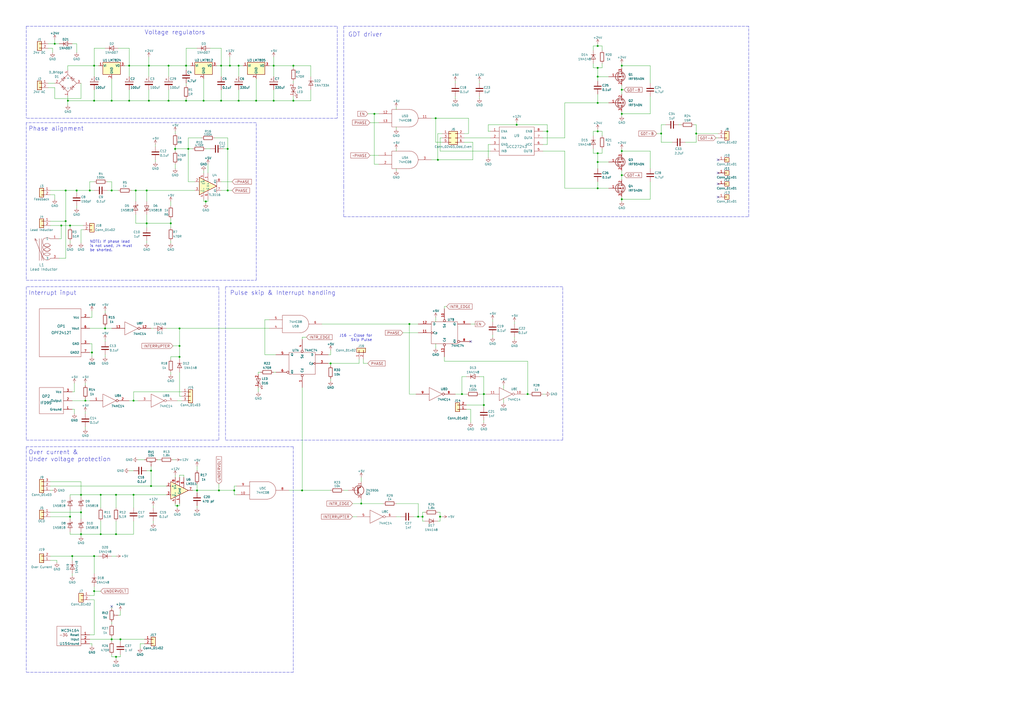
<source format=kicad_sch>
(kicad_sch (version 20211123) (generator eeschema)
  (paper "A2")
  (title_block (title "UD2.9 Skip Pulse") (date "2023-02-09") (rev "1.2") (comment 1 "Redrawn by Caraffa") (comment 2 "Drafted by Daniel Marks") (comment 3 "Universal Driver Modified to include Skip Pulse"))
  (junction (at 132.08 110.49))
  (junction (at 40.64 299.72))
  (junction (at 69.85 370.84))
  (junction (at 67.31 309.88))
  (junction (at 38.1 128.27))
  (junction (at 44.45 110.49))
  (junction (at 97.79 58.42))
  (junction (at 346.71 88.9))
  (junction (at 86.36 38.1))
  (junction (at 280.67 228.6))
  (junction (at 346.71 39.37))
  (junction (at 67.31 381))
  (junction (at 135.89 284.48))
  (junction (at 158.75 38.1))
  (junction (at 58.42 309.88))
  (junction (at 114.3 284.48))
  (junction (at 104.14 200.66))
  (junction (at 46.99 309.88))
  (junction (at 360.68 38.1))
  (junction (at 104.14 190.5))
  (junction (at 346.71 26.67))
  (junction (at 101.6 86.36))
  (junction (at 237.49 187.96))
  (junction (at 360.68 66.04))
  (junction (at 107.95 58.42))
  (junction (at 132.08 86.36))
  (junction (at 242.57 299.72))
  (junction (at 360.68 101.6))
  (junction (at 255.27 299.72))
  (junction (at 128.27 58.42))
  (junction (at 175.26 284.48))
  (junction (at 170.18 38.1))
  (junction (at 109.22 86.36))
  (junction (at 346.71 59.69))
  (junction (at 138.43 58.42))
  (junction (at 403.86 77.47))
  (junction (at 74.93 58.42))
  (junction (at 74.93 38.1))
  (junction (at 85.09 110.49))
  (junction (at 128.27 38.1))
  (junction (at 54.61 342.9))
  (junction (at 52.07 110.49))
  (junction (at 138.43 38.1))
  (junction (at 40.64 130.81))
  (junction (at 360.68 87.63))
  (junction (at 191.77 210.82))
  (junction (at 107.95 38.1))
  (junction (at 133.35 38.1))
  (junction (at 53.34 204.47))
  (junction (at 78.74 110.49))
  (junction (at 158.75 58.42))
  (junction (at 245.11 299.72))
  (junction (at 346.71 109.22))
  (junction (at 64.77 110.49))
  (junction (at 67.31 287.02))
  (junction (at 46.99 287.02))
  (junction (at 299.72 72.39))
  (junction (at 49.53 232.41))
  (junction (at 209.55 292.1))
  (junction (at 85.09 129.54))
  (junction (at 254 92.71))
  (junction (at 60.96 190.5))
  (junction (at 46.99 297.18))
  (junction (at 58.42 287.02))
  (junction (at 383.54 77.47))
  (junction (at 280.67 234.95))
  (junction (at 170.18 58.42))
  (junction (at 54.61 58.42))
  (junction (at 86.36 58.42))
  (junction (at 41.91 322.58))
  (junction (at 346.71 44.45))
  (junction (at 99.06 129.54))
  (junction (at 217.17 66.04))
  (junction (at 64.77 370.84))
  (junction (at 252.73 68.58))
  (junction (at 306.07 228.6))
  (junction (at 267.97 228.6))
  (junction (at 346.71 76.2))
  (junction (at 54.61 322.58))
  (junction (at 54.61 38.1))
  (junction (at 104.14 207.01))
  (junction (at 119.38 116.84))
  (junction (at 77.47 232.41))
  (junction (at 77.47 287.02))
  (junction (at 64.77 58.42))
  (junction (at 360.68 52.07))
  (junction (at 360.68 115.57))
  (junction (at 118.11 58.42))
  (junction (at 346.71 93.98))
  (junction (at 127 284.48))
  (junction (at 317.5 76.2))
  (junction (at 38.1 110.49))
  (junction (at 148.59 58.42))
  (junction (at 97.79 38.1))
  (junction (at 87.63 281.94))
  (junction (at 39.37 58.42))
  (junction (at 35.56 130.81))
  (junction (at 31.75 25.4))
  (junction (at 102.87 293.37))
  (junction (at 87.63 273.05))
  (no_connect (at 416.56 106.68))
  (no_connect (at 64.77 351.79))
  (no_connect (at 416.56 114.3))
  (no_connect (at 416.56 92.71))
  (no_connect (at 273.05 198.12))
  (no_connect (at 416.56 100.33))
  (wire (pts (xy 237.49 187.96) (xy 237.49 228.6)))
  (wire (pts (xy 229.87 73.66) (xy 229.87 74.93)))
  (wire (pts (xy 30.48 27.94) (xy 27.94 27.94)))
  (wire (pts (xy 52.07 190.5) (xy 60.96 190.5)))
  (wire (pts (xy 298.45 195.58) (xy 298.45 196.85)))
  (wire (pts (xy 186.69 187.96) (xy 237.49 187.96)))
  (wire (pts (xy 40.64 130.81) (xy 40.64 132.08)))
  (wire (pts (xy 58.42 309.88) (xy 58.42 302.26)))
  (polyline (pts (xy 130.81 255.27) (xy 326.39 255.27)))
  (wire (pts (xy 53.34 180.34) (xy 53.34 184.15)))
  (wire (pts (xy 267.97 228.6) (xy 270.51 228.6)))
  (wire (pts (xy 118.11 58.42) (xy 128.27 58.42)))
  (wire (pts (xy 46.99 140.97) (xy 46.99 133.35)))
  (wire (pts (xy 250.19 92.71) (xy 254 92.71)))
  (wire (pts (xy 104.14 292.1) (xy 104.14 293.37)))
  (wire (pts (xy 255.27 302.26) (xy 254 302.26)))
  (wire (pts (xy 255.27 80.01) (xy 256.54 80.01)))
  (wire (pts (xy 40.64 309.88) (xy 46.99 309.88)))
  (wire (pts (xy 106.68 275.59) (xy 106.68 276.86)))
  (wire (pts (xy 250.19 68.58) (xy 252.73 68.58)))
  (wire (pts (xy 104.14 207.01) (xy 104.14 208.28)))
  (wire (pts (xy 271.78 68.58) (xy 252.73 68.58)))
  (wire (pts (xy 255.27 87.63) (xy 284.48 87.63)))
  (wire (pts (xy 175.26 195.58) (xy 177.8 195.58)))
  (wire (pts (xy 317.5 83.82) (xy 314.96 83.82)))
  (wire (pts (xy 360.68 87.63) (xy 360.68 88.9)))
  (wire (pts (xy 167.64 284.48) (xy 175.26 284.48)))
  (wire (pts (xy 121.92 86.36) (xy 119.38 86.36)))
  (wire (pts (xy 242.57 299.72) (xy 242.57 292.1)))
  (wire (pts (xy 229.87 299.72) (xy 232.41 299.72)))
  (wire (pts (xy 38.1 128.27) (xy 38.1 149.86)))
  (wire (pts (xy 74.93 27.94) (xy 74.93 38.1)))
  (wire (pts (xy 31.75 57.15) (xy 31.75 50.8)))
  (wire (pts (xy 346.71 26.67) (xy 349.25 26.67)))
  (wire (pts (xy 344.17 88.9) (xy 346.71 88.9)))
  (polyline (pts (xy 15.24 162.56) (xy 148.59 162.56)))
  (wire (pts (xy 132.08 110.49) (xy 134.62 110.49)))
  (wire (pts (xy 54.61 38.1) (xy 57.15 38.1)))
  (wire (pts (xy 54.61 38.1) (xy 54.61 27.94)))
  (wire (pts (xy 49.53 238.76) (xy 49.53 240.03)))
  (wire (pts (xy 114.3 284.48) (xy 127 284.48)))
  (wire (pts (xy 69.85 354.33) (xy 69.85 356.87)))
  (wire (pts (xy 29.21 130.81) (xy 35.56 130.81)))
  (wire (pts (xy 85.09 129.54) (xy 99.06 129.54)))
  (wire (pts (xy 175.26 224.79) (xy 175.26 284.48)))
  (wire (pts (xy 242.57 187.96) (xy 237.49 187.96)))
  (wire (pts (xy 29.21 297.18) (xy 46.99 297.18)))
  (wire (pts (xy 158.75 58.42) (xy 158.75 52.07)))
  (polyline (pts (xy 170.18 259.08) (xy 170.18 389.89)))
  (wire (pts (xy 87.63 281.94) (xy 96.52 281.94)))
  (wire (pts (xy 74.93 38.1) (xy 86.36 38.1)))
  (polyline (pts (xy 170.18 389.89) (xy 15.24 389.89)))
  (wire (pts (xy 344.17 78.74) (xy 344.17 76.2)))
  (wire (pts (xy 29.21 281.94) (xy 87.63 281.94)))
  (wire (pts (xy 383.54 77.47) (xy 383.54 82.55)))
  (wire (pts (xy 283.21 72.39) (xy 283.21 76.2)))
  (wire (pts (xy 104.14 200.66) (xy 104.14 207.01)))
  (wire (pts (xy 360.68 101.6) (xy 360.68 104.14)))
  (wire (pts (xy 285.75 194.31) (xy 285.75 195.58)))
  (wire (pts (xy 100.33 266.7) (xy 101.6 266.7)))
  (wire (pts (xy 346.71 109.22) (xy 353.06 109.22)))
  (polyline (pts (xy 434.34 15.24) (xy 199.39 15.24)))
  (wire (pts (xy 204.47 292.1) (xy 209.55 292.1)))
  (wire (pts (xy 90.17 83.82) (xy 90.17 85.09)))
  (wire (pts (xy 114.3 293.37) (xy 114.3 294.64)))
  (wire (pts (xy 125.73 38.1) (xy 128.27 38.1)))
  (wire (pts (xy 64.77 351.79) (xy 64.77 353.06)))
  (wire (pts (xy 327.66 80.01) (xy 327.66 59.69)))
  (wire (pts (xy 41.91 322.58) (xy 41.91 325.12)))
  (polyline (pts (xy 130.81 166.37) (xy 130.81 255.27)))
  (wire (pts (xy 39.37 58.42) (xy 39.37 60.96)))
  (wire (pts (xy 99.06 208.28) (xy 99.06 207.01)))
  (wire (pts (xy 360.68 101.6) (xy 361.95 101.6)))
  (wire (pts (xy 69.85 381) (xy 69.85 379.73)))
  (wire (pts (xy 46.99 308.61) (xy 46.99 309.88)))
  (wire (pts (xy 128.27 38.1) (xy 128.27 44.45)))
  (wire (pts (xy 128.27 27.94) (xy 128.27 38.1)))
  (wire (pts (xy 252.73 82.55) (xy 256.54 82.55)))
  (wire (pts (xy 304.8 228.6) (xy 306.07 228.6)))
  (wire (pts (xy 54.61 342.9) (xy 54.61 345.44)))
  (wire (pts (xy 64.77 369.57) (xy 64.77 370.84)))
  (polyline (pts (xy 326.39 255.27) (xy 326.39 166.37)))
  (wire (pts (xy 31.75 50.8) (xy 27.94 50.8)))
  (wire (pts (xy 58.42 342.9) (xy 54.61 342.9)))
  (wire (pts (xy 104.14 190.5) (xy 96.52 190.5)))
  (polyline (pts (xy 15.24 15.24) (xy 15.24 68.58)))
  (wire (pts (xy 100.33 200.66) (xy 104.14 200.66)))
  (wire (pts (xy 257.81 177.8) (xy 257.81 179.07)))
  (wire (pts (xy 237.49 228.6) (xy 241.3 228.6)))
  (wire (pts (xy 49.53 222.25) (xy 49.53 223.52)))
  (polyline (pts (xy 199.39 125.73) (xy 257.81 125.73)))
  (wire (pts (xy 346.71 54.61) (xy 346.71 59.69)))
  (wire (pts (xy 257.81 209.55) (xy 306.07 209.55)))
  (wire (pts (xy 52.07 345.44) (xy 54.61 345.44)))
  (wire (pts (xy 92.71 266.7) (xy 91.44 266.7)))
  (wire (pts (xy 85.09 124.46) (xy 85.09 129.54)))
  (wire (pts (xy 191.77 210.82) (xy 191.77 212.09)))
  (polyline (pts (xy 15.24 166.37) (xy 15.24 255.27)))
  (wire (pts (xy 120.65 95.25) (xy 120.65 100.33)))
  (wire (pts (xy 283.21 83.82) (xy 284.48 83.82)))
  (wire (pts (xy 40.64 287.02) (xy 46.99 287.02)))
  (wire (pts (xy 101.6 86.36) (xy 109.22 86.36)))
  (wire (pts (xy 102.87 232.41) (xy 105.41 232.41)))
  (polyline (pts (xy 127 255.27) (xy 127 166.37)))
  (wire (pts (xy 255.27 299.72) (xy 255.27 302.26)))
  (wire (pts (xy 403.86 82.55) (xy 403.86 77.47)))
  (wire (pts (xy 27.94 25.4) (xy 31.75 25.4)))
  (wire (pts (xy 360.68 49.53) (xy 360.68 52.07)))
  (wire (pts (xy 280.67 228.6) (xy 281.94 228.6)))
  (wire (pts (xy 360.68 99.06) (xy 360.68 101.6)))
  (wire (pts (xy 46.99 48.26) (xy 46.99 57.15)))
  (wire (pts (xy 180.34 58.42) (xy 170.18 58.42)))
  (wire (pts (xy 107.95 38.1) (xy 107.95 27.94)))
  (wire (pts (xy 30.48 30.48) (xy 30.48 27.94)))
  (wire (pts (xy 29.21 325.12) (xy 33.02 325.12)))
  (wire (pts (xy 104.14 275.59) (xy 104.14 276.86)))
  (wire (pts (xy 118.11 99.06) (xy 118.11 100.33)))
  (wire (pts (xy 40.64 299.72) (xy 40.64 300.99)))
  (wire (pts (xy 86.36 58.42) (xy 97.79 58.42)))
  (polyline (pts (xy 15.24 15.24) (xy 195.58 15.24)))
  (wire (pts (xy 190.5 210.82) (xy 191.77 210.82)))
  (wire (pts (xy 360.68 52.07) (xy 361.95 52.07)))
  (wire (pts (xy 255.27 299.72) (xy 256.54 299.72)))
  (polyline (pts (xy 326.39 166.37) (xy 130.81 166.37)))
  (wire (pts (xy 156.21 38.1) (xy 158.75 38.1)))
  (wire (pts (xy 33.02 325.12) (xy 33.02 326.39)))
  (wire (pts (xy 190.5 205.74) (xy 191.77 205.74)))
  (wire (pts (xy 118.11 58.42) (xy 118.11 45.72)))
  (wire (pts (xy 280.67 218.44) (xy 278.13 218.44)))
  (wire (pts (xy 69.85 381) (xy 67.31 381)))
  (wire (pts (xy 74.93 232.41) (xy 77.47 232.41)))
  (wire (pts (xy 280.67 218.44) (xy 280.67 228.6)))
  (wire (pts (xy 40.64 139.7) (xy 40.64 140.97)))
  (wire (pts (xy 292.1 231.14) (xy 292.1 233.68)))
  (wire (pts (xy 64.77 110.49) (xy 68.58 110.49)))
  (wire (pts (xy 58.42 287.02) (xy 67.31 287.02)))
  (wire (pts (xy 101.6 86.36) (xy 101.6 87.63)))
  (wire (pts (xy 101.6 76.2) (xy 101.6 77.47)))
  (wire (pts (xy 191.77 219.71) (xy 191.77 220.98)))
  (wire (pts (xy 44.45 119.38) (xy 44.45 120.65)))
  (wire (pts (xy 327.66 59.69) (xy 346.71 59.69)))
  (wire (pts (xy 148.59 58.42) (xy 158.75 58.42)))
  (wire (pts (xy 252.73 68.58) (xy 252.73 82.55)))
  (polyline (pts (xy 199.39 107.95) (xy 199.39 125.73)))
  (wire (pts (xy 107.95 58.42) (xy 118.11 58.42)))
  (wire (pts (xy 217.17 95.25) (xy 219.71 95.25)))
  (wire (pts (xy 344.17 36.83) (xy 344.17 39.37)))
  (wire (pts (xy 80.01 266.7) (xy 83.82 266.7)))
  (wire (pts (xy 35.56 130.81) (xy 40.64 130.81)))
  (wire (pts (xy 233.68 193.04) (xy 242.57 193.04)))
  (wire (pts (xy 114.3 280.67) (xy 114.3 284.48)))
  (wire (pts (xy 39.37 38.1) (xy 54.61 38.1)))
  (wire (pts (xy 346.71 88.9) (xy 346.71 93.98)))
  (wire (pts (xy 60.96 196.85) (xy 60.96 198.12)))
  (wire (pts (xy 97.79 58.42) (xy 107.95 58.42)))
  (wire (pts (xy 128.27 52.07) (xy 128.27 58.42)))
  (wire (pts (xy 44.45 110.49) (xy 44.45 111.76)))
  (wire (pts (xy 118.11 115.57) (xy 118.11 116.84)))
  (polyline (pts (xy 199.39 15.24) (xy 199.39 107.95)))
  (wire (pts (xy 153.67 205.74) (xy 160.02 205.74)))
  (wire (pts (xy 254 297.18) (xy 255.27 297.18)))
  (wire (pts (xy 34.29 138.43) (xy 35.56 138.43)))
  (wire (pts (xy 133.35 38.1) (xy 133.35 33.02)))
  (wire (pts (xy 74.93 273.05) (xy 77.47 273.05)))
  (wire (pts (xy 346.71 76.2) (xy 349.25 76.2)))
  (wire (pts (xy 129.54 86.36) (xy 132.08 86.36)))
  (wire (pts (xy 109.22 86.36) (xy 109.22 105.41)))
  (wire (pts (xy 54.61 322.58) (xy 54.61 332.74)))
  (wire (pts (xy 317.5 72.39) (xy 299.72 72.39)))
  (wire (pts (xy 46.99 297.18) (xy 46.99 300.99)))
  (wire (pts (xy 327.66 109.22) (xy 327.66 87.63)))
  (wire (pts (xy 127 284.48) (xy 135.89 284.48)))
  (wire (pts (xy 85.09 129.54) (xy 85.09 132.08)))
  (wire (pts (xy 74.93 58.42) (xy 74.93 52.07)))
  (wire (pts (xy 209.55 292.1) (xy 209.55 289.56)))
  (wire (pts (xy 107.95 58.42) (xy 107.95 57.15)))
  (wire (pts (xy 58.42 287.02) (xy 58.42 294.64)))
  (wire (pts (xy 99.06 207.01) (xy 104.14 207.01)))
  (wire (pts (xy 53.34 204.47) (xy 53.34 207.01)))
  (wire (pts (xy 85.09 110.49) (xy 85.09 116.84)))
  (wire (pts (xy 132.08 80.01) (xy 132.08 86.36)))
  (wire (pts (xy 49.53 247.65) (xy 49.53 248.92)))
  (wire (pts (xy 67.31 381) (xy 64.77 381)))
  (wire (pts (xy 135.89 284.48) (xy 135.89 281.94)))
  (wire (pts (xy 88.9 190.5) (xy 87.63 190.5)))
  (wire (pts (xy 60.96 190.5) (xy 64.77 190.5)))
  (polyline (pts (xy 148.59 162.56) (xy 148.59 71.12)))
  (wire (pts (xy 135.89 281.94) (xy 137.16 281.94)))
  (wire (pts (xy 128.27 110.49) (xy 132.08 110.49)))
  (wire (pts (xy 46.99 288.29) (xy 46.99 287.02)))
  (wire (pts (xy 415.29 80.01) (xy 416.56 80.01)))
  (wire (pts (xy 77.47 227.33) (xy 77.47 232.41)))
  (wire (pts (xy 153.67 185.42) (xy 153.67 205.74)))
  (wire (pts (xy 360.68 114.3) (xy 360.68 115.57)))
  (wire (pts (xy 44.45 25.4) (xy 44.45 30.48)))
  (wire (pts (xy 283.21 83.82) (xy 283.21 91.44)))
  (wire (pts (xy 191.77 210.82) (xy 208.28 210.82)))
  (wire (pts (xy 269.24 80.01) (xy 284.48 80.01)))
  (wire (pts (xy 360.68 38.1) (xy 360.68 39.37)))
  (wire (pts (xy 138.43 38.1) (xy 138.43 44.45)))
  (wire (pts (xy 255.27 87.63) (xy 255.27 80.01)))
  (wire (pts (xy 29.21 113.03) (xy 31.75 113.03)))
  (wire (pts (xy 53.34 373.38) (xy 53.34 374.65)))
  (wire (pts (xy 39.37 58.42) (xy 54.61 58.42)))
  (wire (pts (xy 99.06 127) (xy 99.06 129.54)))
  (wire (pts (xy 39.37 55.88) (xy 39.37 58.42)))
  (wire (pts (xy 85.09 273.05) (xy 87.63 273.05)))
  (wire (pts (xy 397.51 82.55) (xy 403.86 82.55)))
  (wire (pts (xy 132.08 86.36) (xy 132.08 110.49)))
  (wire (pts (xy 62.23 110.49) (xy 64.77 110.49)))
  (wire (pts (xy 77.47 287.02) (xy 77.47 294.64)))
  (wire (pts (xy 53.34 199.39) (xy 53.34 204.47)))
  (wire (pts (xy 64.77 58.42) (xy 64.77 45.72)))
  (wire (pts (xy 78.74 110.49) (xy 78.74 116.84)))
  (wire (pts (xy 306.07 228.6) (xy 307.34 228.6)))
  (wire (pts (xy 52.07 347.98) (xy 54.61 347.98)))
  (wire (pts (xy 67.31 309.88) (xy 77.47 309.88)))
  (wire (pts (xy 46.99 311.15) (xy 46.99 309.88)))
  (wire (pts (xy 278.13 55.88) (xy 278.13 57.15)))
  (wire (pts (xy 52.07 110.49) (xy 54.61 110.49)))
  (wire (pts (xy 41.91 237.49) (xy 43.18 237.49)))
  (wire (pts (xy 77.47 309.88) (xy 77.47 302.26)))
  (wire (pts (xy 344.17 76.2) (xy 346.71 76.2)))
  (wire (pts (xy 349.25 76.2) (xy 349.25 78.74)))
  (wire (pts (xy 256.54 77.47) (xy 254 77.47)))
  (wire (pts (xy 62.23 105.41) (xy 64.77 105.41)))
  (wire (pts (xy 104.14 229.87) (xy 105.41 229.87)))
  (wire (pts (xy 116.84 80.01) (xy 109.22 80.01)))
  (wire (pts (xy 383.54 82.55) (xy 389.89 82.55)))
  (wire (pts (xy 274.32 92.71) (xy 274.32 82.55)))
  (wire (pts (xy 74.93 38.1) (xy 74.93 44.45)))
  (wire (pts (xy 85.09 110.49) (xy 113.03 110.49)))
  (polyline (pts (xy 127 166.37) (xy 15.24 166.37)))
  (wire (pts (xy 346.71 109.22) (xy 346.71 105.41)))
  (wire (pts (xy 278.13 228.6) (xy 280.67 228.6)))
  (wire (pts (xy 52.07 105.41) (xy 52.07 110.49)))
  (wire (pts (xy 314.96 228.6) (xy 316.23 228.6)))
  (wire (pts (xy 46.99 133.35) (xy 48.26 133.35)))
  (wire (pts (xy 40.64 295.91) (xy 40.64 299.72)))
  (wire (pts (xy 83.82 373.38) (xy 81.28 373.38)))
  (wire (pts (xy 158.75 33.02) (xy 158.75 38.1)))
  (polyline (pts (xy 195.58 15.24) (xy 195.58 68.58)))
  (wire (pts (xy 360.68 36.83) (xy 360.68 38.1)))
  (wire (pts (xy 180.34 38.1) (xy 170.18 38.1)))
  (wire (pts (xy 317.5 72.39) (xy 317.5 76.2)))
  (wire (pts (xy 349.25 39.37) (xy 349.25 36.83)))
  (wire (pts (xy 377.19 66.04) (xy 360.68 66.04)))
  (wire (pts (xy 283.21 76.2) (xy 284.48 76.2)))
  (wire (pts (xy 138.43 58.42) (xy 148.59 58.42)))
  (wire (pts (xy 77.47 232.41) (xy 80.01 232.41)))
  (wire (pts (xy 175.26 284.48) (xy 191.77 284.48)))
  (wire (pts (xy 44.45 110.49) (xy 52.07 110.49)))
  (wire (pts (xy 158.75 38.1) (xy 170.18 38.1)))
  (polyline (pts (xy 195.58 68.58) (xy 15.24 68.58)))
  (wire (pts (xy 118.11 116.84) (xy 119.38 116.84)))
  (wire (pts (xy 245.11 299.72) (xy 245.11 297.18)))
  (wire (pts (xy 109.22 86.36) (xy 111.76 86.36)))
  (wire (pts (xy 38.1 128.27) (xy 38.1 110.49)))
  (wire (pts (xy 349.25 26.67) (xy 349.25 29.21)))
  (wire (pts (xy 360.68 66.04) (xy 360.68 67.31)))
  (wire (pts (xy 280.67 234.95) (xy 270.51 234.95)))
  (wire (pts (xy 52.07 373.38) (xy 53.34 373.38)))
  (wire (pts (xy 170.18 58.42) (xy 170.18 55.88)))
  (wire (pts (xy 346.71 39.37) (xy 346.71 44.45)))
  (wire (pts (xy 101.6 292.1) (xy 101.6 293.37)))
  (wire (pts (xy 64.77 58.42) (xy 74.93 58.42)))
  (wire (pts (xy 54.61 340.36) (xy 54.61 342.9)))
  (wire (pts (xy 327.66 109.22) (xy 346.71 109.22)))
  (wire (pts (xy 133.35 38.1) (xy 138.43 38.1)))
  (wire (pts (xy 264.16 55.88) (xy 264.16 57.15)))
  (wire (pts (xy 299.72 71.12) (xy 299.72 72.39)))
  (wire (pts (xy 64.77 379.73) (xy 64.77 381)))
  (wire (pts (xy 31.75 113.03) (xy 31.75 115.57)))
  (wire (pts (xy 292.1 223.52) (xy 292.1 226.06)))
  (wire (pts (xy 210.82 210.82) (xy 213.36 210.82)))
  (wire (pts (xy 67.31 381) (xy 67.31 382.27)))
  (wire (pts (xy 104.14 190.5) (xy 156.21 190.5)))
  (wire (pts (xy 43.18 227.33) (xy 41.91 227.33)))
  (wire (pts (xy 403.86 77.47) (xy 416.56 77.47)))
  (wire (pts (xy 344.17 26.67) (xy 346.71 26.67)))
  (wire (pts (xy 213.36 66.04) (xy 217.17 66.04)))
  (wire (pts (xy 107.95 38.1) (xy 110.49 38.1)))
  (wire (pts (xy 208.28 210.82) (xy 208.28 208.28)))
  (wire (pts (xy 40.64 309.88) (xy 40.64 308.61)))
  (wire (pts (xy 53.34 184.15) (xy 52.07 184.15)))
  (wire (pts (xy 104.14 190.5) (xy 104.14 200.66)))
  (wire (pts (xy 377.19 97.79) (xy 377.19 87.63)))
  (wire (pts (xy 104.14 275.59) (xy 106.68 275.59)))
  (wire (pts (xy 58.42 309.88) (xy 67.31 309.88)))
  (wire (pts (xy 377.19 87.63) (xy 360.68 87.63)))
  (wire (pts (xy 52.07 368.3) (xy 54.61 368.3)))
  (wire (pts (xy 377.19 105.41) (xy 377.19 115.57)))
  (polyline (pts (xy 257.81 125.73) (xy 265.43 125.73)))
  (wire (pts (xy 229.87 87.63) (xy 229.87 86.36)))
  (wire (pts (xy 102.87 293.37) (xy 102.87 294.64)))
  (wire (pts (xy 109.22 80.01) (xy 109.22 86.36)))
  (wire (pts (xy 49.53 231.14) (xy 49.53 232.41)))
  (wire (pts (xy 327.66 87.63) (xy 314.96 87.63)))
  (wire (pts (xy 74.93 58.42) (xy 86.36 58.42)))
  (wire (pts (xy 264.16 46.99) (xy 264.16 48.26)))
  (wire (pts (xy 88.9 302.26) (xy 88.9 303.53)))
  (wire (pts (xy 41.91 332.74) (xy 41.91 334.01)))
  (polyline (pts (xy 15.24 71.12) (xy 15.24 162.56)))
  (wire (pts (xy 90.17 92.71) (xy 90.17 93.98)))
  (wire (pts (xy 219.71 66.04) (xy 217.17 66.04)))
  (wire (pts (xy 40.64 288.29) (xy 40.64 287.02)))
  (wire (pts (xy 64.77 360.68) (xy 64.77 361.95)))
  (polyline (pts (xy 15.24 255.27) (xy 127 255.27)))
  (wire (pts (xy 69.85 356.87) (xy 68.58 356.87)))
  (wire (pts (xy 209.55 292.1) (xy 222.25 292.1)))
  (wire (pts (xy 242.57 292.1) (xy 229.87 292.1)))
  (wire (pts (xy 52.07 370.84) (xy 64.77 370.84)))
  (wire (pts (xy 38.1 149.86) (xy 34.29 149.86)))
  (wire (pts (xy 114.3 284.48) (xy 114.3 285.75)))
  (wire (pts (xy 360.68 86.36) (xy 360.68 87.63)))
  (wire (pts (xy 72.39 38.1) (xy 74.93 38.1)))
  (wire (pts (xy 346.71 59.69) (xy 353.06 59.69)))
  (wire (pts (xy 127 280.67) (xy 127 284.48)))
  (wire (pts (xy 175.26 196.85) (xy 175.26 195.58)))
  (wire (pts (xy 149.86 215.9) (xy 151.13 215.9)))
  (wire (pts (xy 46.99 287.02) (xy 58.42 287.02)))
  (wire (pts (xy 124.46 80.01) (xy 132.08 80.01)))
  (wire (pts (xy 107.95 27.94) (xy 114.3 27.94)))
  (wire (pts (xy 29.21 110.49) (xy 38.1 110.49)))
  (wire (pts (xy 69.85 370.84) (xy 64.77 370.84)))
  (polyline (pts (xy 434.34 125.73) (xy 434.34 15.24)))
  (wire (pts (xy 270.51 218.44) (xy 267.97 218.44)))
  (wire (pts (xy 54.61 347.98) (xy 54.61 368.3)))
  (wire (pts (xy 180.34 52.07) (xy 180.34 58.42)))
  (wire (pts (xy 270.51 237.49) (xy 273.05 237.49)))
  (wire (pts (xy 255.27 297.18) (xy 255.27 299.72)))
  (wire (pts (xy 54.61 58.42) (xy 64.77 58.42)))
  (wire (pts (xy 31.75 25.4) (xy 34.29 25.4)))
  (wire (pts (xy 346.71 26.67) (xy 346.71 25.4)))
  (wire (pts (xy 346.71 44.45) (xy 353.06 44.45)))
  (wire (pts (xy 105.41 227.33) (xy 77.47 227.33)))
  (wire (pts (xy 242.57 299.72) (xy 245.11 299.72)))
  (wire (pts (xy 240.03 299.72) (xy 242.57 299.72)))
  (wire (pts (xy 245.11 302.26) (xy 246.38 302.26)))
  (wire (pts (xy 280.67 228.6) (xy 280.67 234.95)))
  (wire (pts (xy 360.68 115.57) (xy 360.68 116.84)))
  (polyline (pts (xy 15.24 259.08) (xy 15.24 389.89)))
  (wire (pts (xy 86.36 38.1) (xy 97.79 38.1)))
  (wire (pts (xy 403.86 72.39) (xy 402.59 72.39)))
  (wire (pts (xy 111.76 284.48) (xy 114.3 284.48)))
  (wire (pts (xy 269.24 77.47) (xy 271.78 77.47)))
  (wire (pts (xy 31.75 22.86) (xy 31.75 25.4)))
  (wire (pts (xy 86.36 58.42) (xy 86.36 52.07)))
  (wire (pts (xy 344.17 29.21) (xy 344.17 26.67)))
  (wire (pts (xy 148.59 58.42) (xy 148.59 45.72)))
  (wire (pts (xy 107.95 38.1) (xy 107.95 40.64)))
  (wire (pts (xy 60.96 205.74) (xy 60.96 207.01)))
  (wire (pts (xy 69.85 372.11) (xy 69.85 370.84)))
  (wire (pts (xy 135.89 287.02) (xy 137.16 287.02)))
  (wire (pts (xy 54.61 52.07) (xy 54.61 58.42)))
  (wire (pts (xy 158.75 58.42) (xy 170.18 58.42)))
  (wire (pts (xy 128.27 58.42) (xy 138.43 58.42)))
  (wire (pts (xy 64.77 105.41) (xy 64.77 110.49)))
  (wire (pts (xy 128.27 105.41) (xy 134.62 105.41)))
  (wire (pts (xy 170.18 38.1) (xy 170.18 39.37)))
  (wire (pts (xy 67.31 287.02) (xy 77.47 287.02)))
  (wire (pts (xy 86.36 33.02) (xy 86.36 38.1)))
  (wire (pts (xy 35.56 130.81) (xy 35.56 138.43)))
  (wire (pts (xy 259.08 177.8) (xy 257.81 177.8)))
  (wire (pts (xy 101.6 97.79) (xy 101.6 95.25)))
  (wire (pts (xy 38.1 110.49) (xy 44.45 110.49)))
  (wire (pts (xy 360.68 52.07) (xy 360.68 54.61)))
  (wire (pts (xy 29.21 279.4) (xy 46.99 279.4)))
  (wire (pts (xy 109.22 105.41) (xy 113.03 105.41)))
  (wire (pts (xy 46.99 279.4) (xy 46.99 287.02)))
  (wire (pts (xy 264.16 228.6) (xy 267.97 228.6)))
  (wire (pts (xy 60.96 189.23) (xy 60.96 190.5)))
  (wire (pts (xy 201.93 284.48) (xy 199.39 284.48)))
  (wire (pts (xy 344.17 86.36) (xy 344.17 88.9)))
  (wire (pts (xy 180.34 44.45) (xy 180.34 38.1)))
  (wire (pts (xy 299.72 72.39) (xy 283.21 72.39)))
  (wire (pts (xy 245.11 297.18) (xy 246.38 297.18)))
  (wire (pts (xy 29.21 284.48) (xy 30.48 284.48)))
  (wire (pts (xy 377.19 115.57) (xy 360.68 115.57)))
  (wire (pts (xy 77.47 287.02) (xy 96.52 287.02)))
  (wire (pts (xy 101.6 275.59) (xy 101.6 276.86)))
  (wire (pts (xy 39.37 38.1) (xy 39.37 40.64)))
  (wire (pts (xy 252.73 199.39) (xy 252.73 201.93)))
  (wire (pts (xy 40.64 130.81) (xy 48.26 130.81)))
  (wire (pts (xy 285.75 186.69) (xy 285.75 185.42)))
  (wire (pts (xy 54.61 322.58) (xy 57.15 322.58)))
  (wire (pts (xy 314.96 76.2) (xy 317.5 76.2)))
  (wire (pts (xy 87.63 270.51) (xy 87.63 273.05)))
  (wire (pts (xy 135.89 284.48) (xy 135.89 287.02)))
  (wire (pts (xy 383.54 72.39) (xy 386.08 72.39)))
  (wire (pts (xy 229.87 99.06) (xy 229.87 97.79)))
  (wire (pts (xy 191.77 205.74) (xy 191.77 203.2)))
  (wire (pts (xy 68.58 27.94) (xy 74.93 27.94)))
  (wire (pts (xy 78.74 129.54) (xy 85.09 129.54)))
  (wire (pts (xy 81.28 373.38) (xy 81.28 375.92)))
  (wire (pts (xy 67.31 309.88) (xy 67.31 302.26)))
  (wire (pts (xy 29.21 128.27) (xy 38.1 128.27)))
  (wire (pts (xy 275.59 187.96) (xy 273.05 187.96)))
  (wire (pts (xy 346.71 88.9) (xy 349.25 88.9)))
  (wire (pts (xy 114.3 273.05) (xy 114.3 270.51)))
  (wire (pts (xy 209.55 276.86) (xy 209.55 279.4)))
  (wire (pts (xy 41.91 232.41) (xy 49.53 232.41)))
  (wire (pts (xy 101.6 85.09) (xy 101.6 86.36)))
  (wire (pts (xy 314.96 80.01) (xy 327.66 80.01)))
  (polyline (pts (xy 148.59 71.12) (xy 15.24 71.12)))
  (wire (pts (xy 86.36 38.1) (xy 86.36 44.45)))
  (wire (pts (xy 27.94 48.26) (xy 31.75 48.26)))
  (wire (pts (xy 383.54 77.47) (xy 381 77.47)))
  (wire (pts (xy 52.07 204.47) (xy 53.34 204.47)))
  (wire (pts (xy 120.65 115.57) (xy 120.65 116.84)))
  (wire (pts (xy 67.31 287.02) (xy 67.31 294.64)))
  (wire (pts (xy 383.54 77.47) (xy 383.54 72.39)))
  (wire (pts (xy 49.53 232.41) (xy 52.07 232.41)))
  (wire (pts (xy 46.99 309.88) (xy 58.42 309.88)))
  (wire (pts (xy 377.19 38.1) (xy 360.68 38.1)))
  (wire (pts (xy 29.21 299.72) (xy 40.64 299.72)))
  (wire (pts (xy 280.67 243.84) (xy 280.67 245.11)))
  (wire (pts (xy 99.06 215.9) (xy 99.06 217.17)))
  (wire (pts (xy 46.99 57.15) (xy 31.75 57.15)))
  (wire (pts (xy 267.97 218.44) (xy 267.97 228.6)))
  (wire (pts (xy 128.27 38.1) (xy 133.35 38.1)))
  (wire (pts (xy 43.18 222.25) (xy 43.18 227.33)))
  (wire (pts (xy 158.75 215.9) (xy 160.02 215.9)))
  (wire (pts (xy 54.61 105.41) (xy 52.07 105.41)))
  (wire (pts (xy 346.71 39.37) (xy 349.25 39.37)))
  (wire (pts (xy 229.87 62.23) (xy 229.87 63.5)))
  (wire (pts (xy 99.06 139.7) (xy 99.06 140.97)))
  (wire (pts (xy 252.73 186.69) (xy 252.73 184.15)))
  (wire (pts (xy 41.91 322.58) (xy 54.61 322.58)))
  (wire (pts (xy 257.81 209.55) (xy 257.81 207.01)))
  (wire (pts (xy 346.71 93.98) (xy 346.71 97.79)))
  (wire (pts (xy 149.86 224.79) (xy 149.86 227.33)))
  (wire (pts (xy 60.96 181.61) (xy 60.96 180.34)))
  (wire (pts (xy 271.78 77.47) (xy 271.78 68.58)))
  (wire (pts (xy 64.77 372.11) (xy 64.77 370.84)))
  (wire (pts (xy 138.43 52.07) (xy 138.43 58.42)))
  (wire (pts (xy 97.79 38.1) (xy 107.95 38.1)))
  (wire (pts (xy 54.61 38.1) (xy 54.61 44.45)))
  (wire (pts (xy 254 92.71) (xy 274.32 92.71)))
  (wire (pts (xy 43.18 237.49) (xy 43.18 240.03)))
  (wire (pts (xy 158.75 38.1) (xy 158.75 44.45)))
  (wire (pts (xy 403.86 72.39) (xy 403.86 77.47)))
  (wire (pts (xy 346.71 76.2) (xy 346.71 74.93)))
  (wire (pts (xy 101.6 293.37) (xy 102.87 293.37)))
  (wire (pts (xy 217.17 66.04) (xy 217.17 95.25)))
  (wire (pts (xy 204.47 299.72) (xy 207.01 299.72)))
  (wire (pts (xy 245.11 299.72) (xy 245.11 302.26)))
  (polyline (pts (xy 265.43 125.73) (xy 434.34 125.73)))
  (wire (pts (xy 349.25 88.9) (xy 349.25 86.36)))
  (wire (pts (xy 88.9 293.37) (xy 88.9 294.64)))
  (wire (pts (xy 138.43 38.1) (xy 140.97 38.1)))
  (wire (pts (xy 274.32 82.55) (xy 269.24 82.55)))
  (wire (pts (xy 377.19 48.26) (xy 377.19 38.1)))
  (wire (pts (xy 360.68 64.77) (xy 360.68 66.04)))
  (wire (pts (xy 29.21 322.58) (xy 41.91 322.58)))
  (wire (pts (xy 53.34 199.39) (xy 52.07 199.39)))
  (wire (pts (xy 344.17 39.37) (xy 346.71 39.37)))
  (wire (pts (xy 170.18 46.99) (xy 170.18 48.26)))
  (polyline (pts (xy 15.24 259.08) (xy 170.18 259.08)))
  (wire (pts (xy 76.2 110.49) (xy 78.74 110.49)))
  (wire (pts (xy 149.86 215.9) (xy 149.86 217.17)))
  (wire (pts (xy 102.87 293.37) (xy 104.14 293.37)))
  (wire (pts (xy 46.99 295.91) (xy 46.99 297.18)))
  (wire (pts (xy 377.19 55.88) (xy 377.19 66.04)))
  (wire (pts (xy 97.79 38.1) (xy 97.79 44.45)))
  (wire (pts (xy 54.61 27.94) (xy 60.96 27.94)))
  (wire (pts (xy 119.38 116.84) (xy 120.65 116.84)))
  (wire (pts (xy 107.95 48.26) (xy 107.95 49.53)))
  (wire (pts (xy 280.67 234.95) (xy 280.67 236.22)))
  (wire (pts (xy 214.63 90.17) (xy 219.71 90.17)))
  (wire (pts (xy 214.63 71.12) (xy 219.71 71.12)))
  (wire (pts (xy 306.07 209.55) (xy 306.07 228.6)))
  (wire (pts (xy 121.92 27.94) (xy 128.27 27.94)))
  (wire (pts (xy 104.14 215.9) (xy 104.14 229.87)))
  (wire (pts (xy 273.05 237.49) (xy 273.05 245.11)))
  (wire (pts (xy 278.13 46.99) (xy 278.13 48.26)))
  (wire (pts (xy 99.06 129.54) (xy 99.06 132.08)))
  (wire (pts (xy 64.77 322.58) (xy 67.31 322.58)))
  (wire (pts (xy 393.7 72.39) (xy 394.97 72.39)))
  (wire (pts (xy 83.82 370.84) (xy 69.85 370.84)))
  (wire (pts (xy 346.71 44.45) (xy 346.71 46.99)))
  (wire (pts (xy 41.91 25.4) (xy 44.45 25.4)))
  (wire (pts (xy 153.67 185.42) (xy 156.21 185.42)))
  (wire (pts (xy 78.74 124.46) (xy 78.74 129.54)))
  (wire (pts (xy 97.79 52.07) (xy 97.79 58.42)))
  (wire (pts (xy 87.63 273.05) (xy 87.63 281.94)))
  (wire (pts (xy 119.38 116.84) (xy 119.38 118.11)))
  (wire (pts (xy 346.71 93.98) (xy 353.06 93.98)))
  (wire (pts (xy 317.5 76.2) (xy 317.5 83.82)))
  (wire (pts (xy 210.82 208.28) (xy 210.82 210.82)))
  (wire (pts (xy 254 77.47) (xy 254 92.71)))
  (wire (pts (xy 99.06 116.84) (xy 99.06 119.38)))
  (wire (pts (xy 85.09 139.7) (xy 85.09 140.97)))
  (wire (pts (xy 298.45 186.69) (xy 298.45 187.96)))
  (wire (pts (xy 78.74 110.49) (xy 85.09 110.49)))
  (text "J16 - Close for\nSkip Pulse" (at 215.9 198.12 180) (effects (font (size 1.524 1.524)) (justify right bottom)))
  (text "Phase alignment\n" (at 16.51 76.2 0) (effects (font (size 2.524 2.524)) (justify left bottom)))
  (text "GDT driver\n" (at 201.93 21.59 0) (effects (font (size 2.524 2.524)) (justify left bottom)))
  (text "NOTE: If phase lead\nis not used, J4 must\nbe shorted." (at 52.07 146.05 0) (effects (font (size 1.524 1.524)) (justify left bottom)))
  (text "Interrupt input\n" (at 16.51 171.45 0) (effects (font (size 2.524 2.524)) (justify left bottom)))
  (text "Pulse skip & Interrupt handling" (at 133.35 171.45 0) (effects (font (size 2.524 2.524)) (justify left bottom)))
  (text "Over current & \nUnder voltage protection" (at 16.51 267.97 0) (effects (font (size 2.524 2.524)) (justify left bottom)))
  (text "Voltage regulators" (at 83.82 20.32 0) (effects (font (size 2.524 2.524)) (justify left bottom)))
  (global_label "INTERRUPTER" (shape input) (at 100.33 200.66 180) (effects (font (size 1.524 1.524))) (property "Intersheet References" "${INTERSHEET_REFS}" (effects hide)))
  (global_label "UNDERVOLT" (shape input) (at 58.42 342.9 0) (effects (font (size 1.524 1.524))) (property "Intersheet References" "${INTERSHEET_REFS}" (effects hide)))
  (global_label "GDT-A" (shape input) (at 361.95 101.6 0) (effects (font (size 1.524 1.524))) (property "Intersheet References" "${INTERSHEET_REFS}" (effects hide)))
  (global_label "INTR_EDGE" (shape input) (at 259.08 177.8 0) (effects (font (size 1.524 1.524))) (property "Intersheet References" "${INTERSHEET_REFS}" (effects hide)))
  (global_label "EN" (shape input) (at 213.36 66.04 180) (effects (font (size 1.524 1.524))) (property "Intersheet References" "${INTERSHEET_REFS}" (effects hide)))
  (global_label "GDT-B" (shape input) (at 381 77.47 180) (effects (font (size 1.524 1.524))) (property "Intersheet References" "${INTERSHEET_REFS}" (effects hide)))
  (global_label "PHASE" (shape input) (at 214.63 71.12 180) (effects (font (size 1.524 1.524))) (property "Intersheet References" "${INTERSHEET_REFS}" (effects hide)))
  (global_label "INTERRUPTER" (shape input) (at 204.47 299.72 180) (effects (font (size 1.524 1.524))) (property "Intersheet References" "${INTERSHEET_REFS}" (effects hide)))
  (global_label "INTR_EDGE" (shape input) (at 177.8 195.58 0) (effects (font (size 1.524 1.524))) (property "Intersheet References" "${INTERSHEET_REFS}" (effects hide)))
  (global_label "GDT-B" (shape input) (at 361.95 52.07 0) (effects (font (size 1.524 1.524))) (property "Intersheet References" "${INTERSHEET_REFS}" (effects hide)))
  (global_label "PHASE" (shape input) (at 213.36 210.82 0) (effects (font (size 1.524 1.524))) (property "Intersheet References" "${INTERSHEET_REFS}" (effects hide)))
  (global_label "PHASE" (shape input) (at 134.62 110.49 0) (effects (font (size 1.524 1.524))) (property "Intersheet References" "${INTERSHEET_REFS}" (effects hide)))
  (global_label "PHASE" (shape input) (at 233.68 193.04 180) (effects (font (size 1.524 1.524))) (property "Intersheet References" "${INTERSHEET_REFS}" (effects hide)))
  (global_label "INTR_EDGE" (shape input) (at 204.47 292.1 180) (effects (font (size 1.524 1.524))) (property "Intersheet References" "${INTERSHEET_REFS}" (effects hide)))
  (global_label "UNDERVOLT" (shape input) (at 127 280.67 90) (effects (font (size 1.524 1.524))) (property "Intersheet References" "${INTERSHEET_REFS}" (effects hide)))
  (global_label "EN" (shape output) (at 275.59 187.96 0) (effects (font (size 1.524 1.524))) (property "Intersheet References" "${INTERSHEET_REFS}" (effects hide)))
  (global_label "~PHASE" (shape input) (at 214.63 90.17 180) (effects (font (size 1.524 1.524))) (property "Intersheet References" "${INTERSHEET_REFS}" (effects hide)))
  (global_label "GDT-A" (shape input) (at 415.29 80.01 180) (effects (font (size 1.524 1.524))) (property "Intersheet References" "${INTERSHEET_REFS}" (effects hide)))
  (global_label "~PHASE" (shape input) (at 134.62 105.41 0) (effects (font (size 1.524 1.524))) (property "Intersheet References" "${INTERSHEET_REFS}" (effects hide)))
  (symbol (lib_id "ud29-rescue:Conn_01x02") (at 22.86 48.26 0) (mirror y) (unit 1)
    (property "Reference" "J2" (at 22.86 45.72 0))
    (property "Value" "24V AC" (at 22.86 53.34 0))
    (property "Footprint" "Connectors_Terminal_Blocks:TerminalBlock_bornier-2_P5.08mm" (effects hide))
  )
  (symbol (lib_id "ud29-rescue:CP") (at 54.61 48.26 0) (unit 1)
    (property "Reference" "C1" (at 55.245 45.72 0) (effects (justify left)))
    (property "Value" "100uF" (at 55.245 50.8 0) (effects (justify left)))
    (property "Footprint" "Capacitors_THT:CP_Radial_D10.0mm_P7.50mm" (effects hide))
  )
  (symbol (lib_id "ud29-rescue:LM7824_TO220") (at 64.77 38.1 0) (unit 1)
    (property "Reference" "U1" (at 60.96 34.925 0))
    (property "Value" "LM7824" (at 62.77 34.925 0) (effects (justify left)))
    (property "Footprint" "TO_SOT_Packages_THT:TO-220-3_Vertical" (effects hide))
  )
  (symbol (lib_id "ud29-rescue:D") (at 64.77 27.94 0) (unit 1)
    (property "Reference" "D2" (at 64.77 25.4 0))
    (property "Value" "1N4007" (at 64.77 30.48 0))
    (property "Footprint" "Diodes_THT:D_DO-41_SOD81_P10.16mm_Horizontal" (effects hide))
  )
  (symbol (lib_id "ud29-rescue:CP") (at 74.93 48.26 0) (unit 1)
    (property "Reference" "C2" (at 75.565 45.72 0) (effects (justify left)))
    (property "Value" "100uF" (at 75.565 50.8 0) (effects (justify left)))
    (property "Footprint" "Capacitors_THT:CP_Radial_D10.0mm_P7.50mm" (effects hide))
  )
  (symbol (lib_id "ud29-rescue:CP") (at 86.36 48.26 0) (unit 1)
    (property "Reference" "C3" (at 86.995 45.72 0) (effects (justify left)))
    (property "Value" "100uF" (at 86.995 50.8 0) (effects (justify left)))
    (property "Footprint" "Capacitors_THT:CP_Radial_D10.0mm_P7.50mm" (effects hide))
  )
  (symbol (lib_id "ud29-rescue:+24V") (at 86.36 33.02 0) (unit 1)
    (property "Reference" "#PWR01" (effects hide))
    (property "Value" "+24V" (at 86.36 29.464 0))
  )
  (symbol (lib_id "ud29-rescue:D") (at 118.11 27.94 0) (unit 1)
    (property "Reference" "D3" (at 118.11 25.4 0))
    (property "Value" "1N4007" (at 118.11 30.48 0))
    (property "Footprint" "Diodes_THT:D_DO-41_SOD81_P10.16mm_Horizontal" (effects hide))
  )
  (symbol (lib_id "ud29-rescue:R") (at 107.95 53.34 0) (unit 1)
    (property "Reference" "R1" (at 110.49 52.07 0))
    (property "Value" "1R" (at 110.49 54.61 0))
    (property "Footprint" "Resistors_THT:R_Axial_DIN0207_L6.3mm_D2.5mm_P7.62mm_Horizontal" (effects hide))
  )
  (symbol (lib_id "ud29-rescue:C") (at 107.95 44.45 0) (unit 1)
    (property "Reference" "C4" (at 108.585 41.91 0) (effects (justify left)))
    (property "Value" "4.7uF" (at 108.585 46.99 0) (effects (justify left)))
    (property "Footprint" "Capacitors_THT:C_Disc_D9.0mm_W5.0mm_P7.50mm" (effects hide))
  )
  (symbol (lib_id "ud29-rescue:C") (at 128.27 48.26 0) (unit 1)
    (property "Reference" "C5" (at 128.905 45.72 0) (effects (justify left)))
    (property "Value" "0.1uF" (at 128.905 50.8 0) (effects (justify left)))
    (property "Footprint" "Capacitors_THT:C_Disc_D5.1mm_W3.2mm_P5.00mm" (effects hide))
  )
  (symbol (lib_id "ud29-rescue:CP") (at 138.43 48.26 0) (unit 1)
    (property "Reference" "C6" (at 139.065 45.72 0) (effects (justify left)))
    (property "Value" "330uF" (at 139.065 50.8 0) (effects (justify left)))
    (property "Footprint" "Capacitors_THT:CP_Radial_D10.0mm_P7.50mm" (effects hide))
  )
  (symbol (lib_id "ud29-rescue:LM7805_TO220") (at 148.59 38.1 0) (unit 1)
    (property "Reference" "U3" (at 144.78 34.925 0))
    (property "Value" "LM7805" (at 146.59 34.925 0) (effects (justify left)))
    (property "Footprint" "TO_SOT_Packages_THT:TO-220-3_Vertical" (effects hide))
  )
  (symbol (lib_id "ud29-rescue:CP") (at 158.75 48.26 0) (unit 1)
    (property "Reference" "C7" (at 159.385 45.72 0) (effects (justify left)))
    (property "Value" "330uF" (at 159.385 50.8 0) (effects (justify left)))
    (property "Footprint" "Capacitors_THT:CP_Radial_D10.0mm_P7.50mm" (effects hide))
  )
  (symbol (lib_id "ud29-rescue:+5V") (at 158.75 33.02 0) (unit 1)
    (property "Reference" "#PWR02" (effects hide))
    (property "Value" "+5V" (at 158.75 29.464 0))
  )
  (symbol (lib_id "ud29-rescue:R") (at 170.18 43.18 0) (unit 1)
    (property "Reference" "R2" (at 172.72 41.91 0))
    (property "Value" "470R" (at 173.99 44.45 0))
    (property "Footprint" "Resistors_THT:R_Axial_DIN0207_L6.3mm_D2.5mm_P7.62mm_Horizontal" (effects hide))
  )
  (symbol (lib_id "ud29-rescue:LED") (at 170.18 52.07 90) (unit 1)
    (property "Reference" "D4" (at 173.99 50.8 90))
    (property "Value" "LED" (at 173.99 53.34 90))
    (property "Footprint" "LEDs:LED_D5.0mm" (effects hide))
  )
  (symbol (lib_id "ud29-rescue:Conn_01x02") (at 22.86 25.4 0) (mirror y) (unit 1)
    (property "Reference" "J1" (at 22.86 22.86 0))
    (property "Value" "24V DC" (at 22.86 30.48 0))
    (property "Footprint" "Connectors_Terminal_Blocks:TerminalBlock_bornier-2_P5.08mm" (effects hide))
  )
  (symbol (lib_id "ud29-rescue:+24V") (at 31.75 22.86 0) (unit 1)
    (property "Reference" "#PWR04" (effects hide))
    (property "Value" "+24V" (at 31.75 19.304 0))
  )
  (symbol (lib_id "ud29-rescue:D_Bridge_-AA+") (at 39.37 48.26 90) (unit 1)
    (property "Reference" "D1" (at 34.29 44.45 90) (effects (justify left)))
    (property "Value" "D_Bridge" (at 36.83 41.91 90) (effects (justify left)))
    (property "Footprint" ".pretty:Diode_Bridge_18.5x5.5_4321" (effects hide))
  )
  (symbol (lib_id "ud29-rescue:Conn_01x02") (at 24.13 110.49 0) (mirror y) (unit 1)
    (property "Reference" "J3" (at 24.13 107.95 0))
    (property "Value" "Feedback" (at 24.13 115.57 0))
    (property "Footprint" "Connectors_Terminal_Blocks:TerminalBlock_bornier-2_P5.08mm" (effects hide))
  )
  (symbol (lib_id "ud29-rescue:R") (at 40.64 135.89 0) (unit 1)
    (property "Reference" "R3" (at 43.18 134.62 0))
    (property "Value" "51R" (at 43.95 137.16 0))
    (property "Footprint" "Resistors_THT:R_Axial_DIN0414_L11.9mm_D4.5mm_P20.32mm_Horizontal" (effects hide))
  )
  (symbol (lib_id "ud29-rescue:GND") (at 40.64 140.97 0) (unit 1)
    (property "Reference" "#PWR05" (effects hide))
    (property "Value" "GND" (at 40.64 144.78 0))
  )
  (symbol (lib_id "ud29-rescue:C") (at 44.45 115.57 0) (unit 1)
    (property "Reference" "C8" (at 46.99 114.3 0) (effects (justify left)))
    (property "Value" "150pF" (at 46.99 116.84 0) (effects (justify left)))
    (property "Footprint" "Capacitors_THT:C_Disc_D5.1mm_W3.2mm_P5.00mm" (effects hide))
  )
  (symbol (lib_id "ud29-rescue:C") (at 58.42 110.49 270) (unit 1)
    (property "Reference" "C9" (at 57.15 114.3 90) (effects (justify left)))
    (property "Value" "0.1uF" (at 55.88 116.84 90) (effects (justify left)))
    (property "Footprint" "Capacitors_THT:C_Disc_D5.1mm_W3.2mm_P5.00mm" (effects hide))
  )
  (symbol (lib_id "ud29-rescue:R") (at 58.42 105.41 270) (unit 1)
    (property "Reference" "R4" (at 58.42 100.83 90))
    (property "Value" "100k" (at 58.42 102.87 90))
    (property "Footprint" "Resistors_THT:R_Axial_DIN0207_L6.3mm_D2.5mm_P7.62mm_Horizontal" (effects hide))
  )
  (symbol (lib_id "ud29-rescue:+5V") (at 90.17 83.82 0) (unit 1)
    (property "Reference" "#PWR010" (effects hide))
    (property "Value" "+5V" (at 90.17 80.264 0))
  )
  (symbol (lib_id "ud29-rescue:R") (at 72.39 110.49 270) (unit 1)
    (property "Reference" "R5" (at 72.39 105.91 90))
    (property "Value" "1k" (at 72.39 107.95 90))
    (property "Footprint" "Resistors_THT:R_Axial_DIN0207_L6.3mm_D2.5mm_P7.62mm_Horizontal" (effects hide))
  )
  (symbol (lib_id "ud29-rescue:D_Schottky") (at 78.74 120.65 270) (unit 1)
    (property "Reference" "D5" (at 73.66 119.38 90))
    (property "Value" "1N5818" (at 73.66 121.92 90))
    (property "Footprint" "Diodes_THT:D_DO-41_SOD81_P10.16mm_Horizontal" (effects hide))
  )
  (symbol (lib_id "ud29-rescue:74LS08") (at 234.95 92.71 0) (unit 1)
    (property "Reference" "U5" (at 234.95 91.44 0))
    (property "Value" "74HC08" (at 234.95 93.98 0))
    (property "Footprint" "Housings_DIP:DIP-14_W7.62mm_Socket" (effects hide))
  )
  (symbol (lib_id "ud29-rescue:D_Schottky") (at 85.09 120.65 90) (unit 1)
    (property "Reference" "D6" (at 90.17 119.38 90))
    (property "Value" "1N5818" (at 90.17 121.92 90))
    (property "Footprint" "Diodes_THT:D_DO-41_SOD81_P10.16mm_Horizontal" (effects hide))
  )
  (symbol (lib_id "ud29-rescue:C") (at 85.09 135.89 180) (unit 1)
    (property "Reference" "C10" (at 81.28 134.62 0) (effects (justify left)))
    (property "Value" "1uF" (at 81.28 137.16 0) (effects (justify left)))
    (property "Footprint" "Capacitors_THT:C_Disc_D8.0mm_W5.0mm_P7.50mm" (effects hide))
  )
  (symbol (lib_id "ud29-rescue:R") (at 99.06 135.89 0) (unit 1)
    (property "Reference" "R7" (at 101.6 134.62 0))
    (property "Value" "470R" (at 102.87 137.16 0))
    (property "Footprint" "Resistors_THT:R_Axial_DIN0207_L6.3mm_D2.5mm_P7.62mm_Horizontal" (effects hide))
  )
  (symbol (lib_id "ud29-rescue:GND") (at 85.09 140.97 0) (unit 1)
    (property "Reference" "#PWR06" (effects hide))
    (property "Value" "GND" (at 85.09 144.78 0))
  )
  (symbol (lib_id "ud29-rescue:+5V") (at 229.87 86.36 0) (unit 1)
    (property "Reference" "#PWR011" (effects hide))
    (property "Value" "+5V" (at 229.87 82.804 0))
  )
  (symbol (lib_id "ud29-rescue:R") (at 99.06 123.19 0) (unit 1)
    (property "Reference" "R6" (at 96.52 124.46 0))
    (property "Value" "1k" (at 96.52 121.92 0))
    (property "Footprint" "Resistors_THT:R_Axial_DIN0207_L6.3mm_D2.5mm_P7.62mm_Horizontal" (effects hide))
  )
  (symbol (lib_id "ud29-rescue:+5V") (at 99.06 116.84 0) (unit 1)
    (property "Reference" "#PWR07" (effects hide))
    (property "Value" "+5V" (at 99.06 113.284 0))
  )
  (symbol (lib_id "ud29-rescue:GND") (at 229.87 99.06 0) (unit 1)
    (property "Reference" "#PWR012" (effects hide))
    (property "Value" "GND" (at 229.87 102.87 0))
  )
  (symbol (lib_id "ud29-rescue:TL3116") (at 120.65 107.95 0) (unit 1)
    (property "Reference" "U4" (at 124.46 101.6 0))
    (property "Value" "TL3116" (at 124.46 113.03 0))
    (property "Footprint" "Housings_DIP:DIP-8_W7.62mm_Socket" (effects hide))
  )
  (symbol (lib_id "ud29-rescue:R") (at 101.6 91.44 0) (unit 1)
    (property "Reference" "R9" (at 104.14 92.71 0))
    (property "Value" "470R" (at 105.41 90.17 0))
    (property "Footprint" "Resistors_THT:R_Axial_DIN0207_L6.3mm_D2.5mm_P7.62mm_Horizontal" (effects hide))
  )
  (symbol (lib_id "ud29-rescue:74LS08") (at 234.95 68.58 0) (unit 4)
    (property "Reference" "U5" (at 234.95 67.31 0))
    (property "Value" "74HC08" (at 234.95 69.85 0))
    (property "Footprint" "Housings_DIP:DIP-14_W7.62mm_Socket" (effects hide))
  )
  (symbol (lib_id "ud29-rescue:+5V") (at 229.87 62.23 0) (unit 1)
    (property "Reference" "#PWR013" (effects hide))
    (property "Value" "+5V" (at 229.87 58.674 0))
  )
  (symbol (lib_id "ud29-rescue:GND") (at 229.87 74.93 0) (unit 1)
    (property "Reference" "#PWR014" (effects hide))
    (property "Value" "GND" (at 229.87 78.74 0))
  )
  (symbol (lib_id "ud29-rescue:R") (at 101.6 81.28 0) (unit 1)
    (property "Reference" "R8" (at 104.14 82.55 0))
    (property "Value" "1k" (at 104.14 80.01 0))
    (property "Footprint" "Resistors_THT:R_Axial_DIN0207_L6.3mm_D2.5mm_P7.62mm_Horizontal" (effects hide))
  )
  (symbol (lib_id "ud29-rescue:+5V") (at 120.65 95.25 0) (unit 1)
    (property "Reference" "#PWR08" (effects hide))
    (property "Value" "+5V" (at 120.65 91.694 0))
  )
  (symbol (lib_id "ud29-rescue:GND") (at 118.11 99.06 180) (unit 1)
    (property "Reference" "#PWR09" (effects hide))
    (property "Value" "GND" (at 118.11 95.25 0))
  )
  (symbol (lib_id "ud29-rescue:R") (at 115.57 86.36 90) (unit 1)
    (property "Reference" "R10" (at 115.57 82.55 90))
    (property "Value" "470R" (at 115.57 84.32 90))
    (property "Footprint" "Resistors_THT:R_Axial_DIN0207_L6.3mm_D2.5mm_P7.62mm_Horizontal" (effects hide))
  )
  (symbol (lib_id "ud29-rescue:C") (at 125.73 86.36 270) (unit 1)
    (property "Reference" "C11" (at 127 83.05 90) (effects (justify left)))
    (property "Value" "1nF" (at 127 85.09 90) (effects (justify left)))
    (property "Footprint" "Capacitors_THT:C_Disc_D5.1mm_W3.2mm_P5.00mm" (effects hide))
  )
  (symbol (lib_id "ud29-rescue:Conn_01x02") (at 24.13 128.27 0) (mirror y) (unit 1)
    (property "Reference" "J4" (at 24.13 125.73 0))
    (property "Value" "Lead Inductor" (at 24.13 133.35 0))
    (property "Footprint" "Connectors_Terminal_Blocks:TerminalBlock_bornier-2_P5.08mm" (effects hide))
  )
  (symbol (lib_id "ud29-rescue:OPF2412T") (at 35.56 193.04 0) (unit 1)
    (property "Reference" "OP1" (at 35.56 189.23 0) (effects (font (size 1.524 1.524))))
    (property "Value" "OPF2412T" (at 35.56 193.04 0) (effects (font (size 1.524 1.524))))
    (property "Footprint" ".pretty:OPF2412T" (effects hide))
  )
  (symbol (lib_id "ud29-rescue:GND") (at 53.34 207.01 0) (unit 1)
    (property "Reference" "#PWR015" (effects hide))
    (property "Value" "GND" (at 53.34 210.82 0))
  )
  (symbol (lib_id "ud29-rescue:+5V") (at 53.34 180.34 0) (unit 1)
    (property "Reference" "#PWR016" (effects hide))
    (property "Value" "+5V" (at 53.34 176.784 0))
  )
  (symbol (lib_id "ud29-rescue:C") (at 60.96 201.93 0) (unit 1)
    (property "Reference" "C13" (at 63.5 200.66 0) (effects (justify left)))
    (property "Value" "0.1uF" (at 63.5 203.2 0) (effects (justify left)))
    (property "Footprint" "Capacitors_THT:C_Disc_D5.1mm_W3.2mm_P5.00mm" (effects hide))
  )
  (symbol (lib_id "ud29-rescue:R") (at 120.65 80.01 90) (unit 1)
    (property "Reference" "R16" (at 120.65 76.2 90))
    (property "Value" "100k" (at 120.65 77.97 90))
    (property "Footprint" "Resistors_THT:R_Axial_DIN0207_L6.3mm_D2.5mm_P7.62mm_Horizontal" (effects hide))
  )
  (symbol (lib_id "ud29-rescue:IFD95") (at 26.67 233.68 0) (unit 1)
    (property "Reference" "OP2" (at 26.67 229.87 0) (effects (font (size 1.524 1.524))))
    (property "Value" "IFD95" (at 26.67 233.68 0) (effects (font (size 1.524 1.524))))
    (property "Footprint" ".pretty:IFD95" (effects hide))
  )
  (symbol (lib_id "ud29-rescue:GND") (at 43.18 240.03 0) (unit 1)
    (property "Reference" "#PWR017" (effects hide))
    (property "Value" "GND" (at 43.18 243.84 0))
  )
  (symbol (lib_id "ud29-rescue:+5V") (at 43.18 222.25 0) (unit 1)
    (property "Reference" "#PWR018" (effects hide))
    (property "Value" "+5V" (at 43.18 218.694 0))
  )
  (symbol (lib_id "ud29-rescue:Conn_01x02") (at 24.13 297.18 0) (mirror y) (unit 1)
    (property "Reference" "J5" (at 24.13 294.64 0))
    (property "Value" "OCD" (at 24.13 302.26 0))
    (property "Footprint" "Connectors_Terminal_Blocks:TerminalBlock_bornier-2_P5.08mm" (effects hide))
  )
  (symbol (lib_id "ud29-rescue:74LS74") (at 257.81 193.04 0) (unit 2)
    (property "Reference" "U7" (at 261.62 185.42 0))
    (property "Value" "74HC74" (at 265.43 200.533 0))
    (property "Footprint" "Housings_DIP:DIP-14_W7.62mm_Socket" (effects hide))
  )
  (symbol (lib_id "ud29-rescue:+5V") (at 252.73 184.15 0) (unit 1)
    (property "Reference" "#PWR022" (effects hide))
    (property "Value" "+5V" (at 252.73 180.34 0))
  )
  (symbol (lib_id "ud29-rescue:GND") (at 252.73 201.93 0) (unit 1)
    (property "Reference" "#PWR023" (effects hide))
    (property "Value" "GND" (at 252.73 205.74 0))
  )
  (symbol (lib_id "ud29-rescue:D_Schottky") (at 40.64 292.1 270) (unit 1)
    (property "Reference" "D7" (at 36.83 290.83 90))
    (property "Value" "1N5818" (at 34.29 293.37 90))
    (property "Footprint" "Diodes_THT:D_DO-41_SOD81_P10.16mm_Horizontal" (effects hide))
  )
  (symbol (lib_id "ud29-rescue:D_Schottky") (at 40.64 304.8 270) (unit 1)
    (property "Reference" "D8" (at 36.83 303.53 90))
    (property "Value" "1N5818" (at 34.29 306.07 90))
    (property "Footprint" "Diodes_THT:D_DO-41_SOD81_P10.16mm_Horizontal" (effects hide))
  )
  (symbol (lib_id "ud29-rescue:D_Schottky") (at 46.99 292.1 270) (unit 1)
    (property "Reference" "D9" (at 50.8 290.83 90))
    (property "Value" "1N5818" (at 53.34 293.37 90))
    (property "Footprint" "Diodes_THT:D_DO-41_SOD81_P10.16mm_Horizontal" (effects hide))
  )
  (symbol (lib_id "ud29-rescue:D_Schottky") (at 46.99 304.8 270) (unit 1)
    (property "Reference" "D10" (at 52.07 303.53 90))
    (property "Value" "1N5818" (at 53.34 306.07 90))
    (property "Footprint" "Diodes_THT:D_DO-41_SOD81_P10.16mm_Horizontal" (effects hide))
  )
  (symbol (lib_id "ud29-rescue:C") (at 285.75 190.5 0) (unit 1)
    (property "Reference" "C19" (at 288.29 189.23 0) (effects (justify left)))
    (property "Value" "0.1uF" (at 288.29 191.77 0) (effects (justify left)))
    (property "Footprint" "Capacitors_THT:C_Disc_D5.1mm_W3.2mm_P5.00mm" (effects hide))
  )
  (symbol (lib_id "ud29-rescue:+5V") (at 285.75 185.42 0) (unit 1)
    (property "Reference" "#PWR024" (effects hide))
    (property "Value" "+5V" (at 285.75 181.864 0))
  )
  (symbol (lib_id "ud29-rescue:GND") (at 46.99 311.15 0) (unit 1)
    (property "Reference" "#PWR019" (effects hide))
    (property "Value" "GND" (at 46.99 314.96 0))
  )
  (symbol (lib_id "ud29-rescue:R") (at 58.42 298.45 0) (unit 1)
    (property "Reference" "R11" (at 62.23 297.18 0))
    (property "Value" "5.1R" (at 62.23 299.72 0))
    (property "Footprint" "Resistors_THT:R_Axial_DIN0414_L11.9mm_D4.5mm_P15.24mm_Horizontal" (effects hide))
  )
  (symbol (lib_id "ud29-rescue:R") (at 67.31 298.45 0) (unit 1)
    (property "Reference" "R12" (at 71.12 297.18 0))
    (property "Value" "5.1R" (at 71.12 299.72 0))
    (property "Footprint" "Resistors_THT:R_Axial_DIN0414_L11.9mm_D4.5mm_P15.24mm_Horizontal" (effects hide))
  )
  (symbol (lib_id "ud29-rescue:C") (at 77.47 298.45 0) (unit 1)
    (property "Reference" "C17" (at 80.01 297.18 0) (effects (justify left)))
    (property "Value" "1nF" (at 80.01 299.72 0) (effects (justify left)))
    (property "Footprint" "Capacitors_THT:C_Disc_D5.1mm_W3.2mm_P5.00mm" (effects hide))
  )
  (symbol (lib_id "ud29-rescue:LM311") (at 104.14 284.48 0) (unit 1)
    (property "Reference" "U6" (at 107.95 278.13 0) (effects (justify left)))
    (property "Value" "LM311" (at 107.95 280.67 0) (effects (justify left)))
    (property "Footprint" "Housings_DIP:DIP-8_W7.62mm_Socket" (effects hide))
  )
  (symbol (lib_id "ud29-rescue:GND") (at 102.87 294.64 0) (unit 1)
    (property "Reference" "#PWR020" (effects hide))
    (property "Value" "GND" (at 102.87 298.45 0))
  )
  (symbol (lib_id "ud29-rescue:C") (at 114.3 289.56 180) (unit 1)
    (property "Reference" "C20" (at 121.92 288.29 0) (effects (justify left)))
    (property "Value" "470 pF" (at 124.46 290.83 0) (effects (justify left)))
    (property "Footprint" "Capacitors_THT:C_Disc_D5.1mm_W3.2mm_P5.00mm" (effects hide))
  )
  (symbol (lib_id "ud29-rescue:R") (at 114.3 276.86 180) (unit 1)
    (property "Reference" "R17" (at 118.11 275.59 0))
    (property "Value" "1k" (at 118.11 278.13 0))
    (property "Footprint" "Resistors_THT:R_Axial_DIN0207_L6.3mm_D2.5mm_P7.62mm_Horizontal" (effects hide))
  )
  (symbol (lib_id "ud29-rescue:C") (at 81.28 273.05 90) (unit 1)
    (property "Reference" "C16" (at 83.82 276.86 90) (effects (justify left)))
    (property "Value" "0.1uF" (at 85.09 279.4 90) (effects (justify left)))
    (property "Footprint" "Capacitors_THT:C_Disc_D5.1mm_W3.2mm_P5.00mm" (effects hide))
  )
  (symbol (lib_id "ud29-rescue:+5V") (at 114.3 270.51 0) (unit 1)
    (property "Reference" "#PWR025" (effects hide))
    (property "Value" "+5V" (at 114.3 266.954 0))
  )
  (symbol (lib_id "ud29-rescue:GND") (at 114.3 294.64 0) (unit 1)
    (property "Reference" "#PWR026" (effects hide))
    (property "Value" "GND" (at 114.3 298.45 0))
  )
  (symbol (lib_id "ud29-rescue:POT_TRIM") (at 87.63 266.7 270) (unit 1)
    (property "Reference" "RV1" (at 87.63 262.255 90))
    (property "Value" "10k" (at 87.63 264.16 90))
    (property "Footprint" "Potentiometers:Potentiometer_Trimmer_Bourns_3296W" (effects hide))
  )
  (symbol (lib_id "ud29-rescue:74LS74") (at 175.26 210.82 0) (mirror y) (unit 1)
    (property "Reference" "U7" (at 171.45 203.2 0))
    (property "Value" "74HC74" (at 180.34 203.2 0))
    (property "Footprint" "Housings_DIP:DIP-14_W7.62mm_Socket" (effects hide))
  )
  (symbol (lib_id "ud29-rescue:GND") (at 74.93 273.05 270) (unit 1)
    (property "Reference" "#PWR021" (effects hide))
    (property "Value" "GND" (at 69.85 273.05 90))
  )
  (symbol (lib_id "ud29-rescue:C") (at 88.9 298.45 180) (unit 1)
    (property "Reference" "C15" (at 96.52 297.18 0) (effects (justify left)))
    (property "Value" "0.1uF" (at 97.79 299.72 0) (effects (justify left)))
    (property "Footprint" "Capacitors_THT:C_Disc_D5.1mm_W3.2mm_P5.00mm" (effects hide))
  )
  (symbol (lib_id "ud29-rescue:R") (at 96.52 266.7 270) (unit 1)
    (property "Reference" "R13" (at 96.52 262.12 90))
    (property "Value" "1.8k" (at 96.52 264.16 90))
    (property "Footprint" "Resistors_THT:R_Axial_DIN0207_L6.3mm_D2.5mm_P7.62mm_Horizontal" (effects hide))
  )
  (symbol (lib_id "ud29-rescue:R") (at 99.06 212.09 180) (unit 1)
    (property "Reference" "R18" (at 95.25 210.82 0))
    (property "Value" "1k" (at 95.25 213.36 0))
    (property "Footprint" "Resistors_THT:R_Axial_DIN0207_L6.3mm_D2.5mm_P7.62mm_Horizontal" (effects hide))
  )
  (symbol (lib_id "ud29-rescue:GND") (at 99.06 217.17 0) (unit 1)
    (property "Reference" "#PWR027" (effects hide))
    (property "Value" "GND" (at 99.06 220.98 0))
  )
  (symbol (lib_id "ud29-rescue:R") (at 49.53 227.33 180) (unit 1)
    (property "Reference" "R14" (at 53.34 226.06 0))
    (property "Value" "1k" (at 53.34 228.6 0))
    (property "Footprint" "Resistors_THT:R_Axial_DIN0207_L6.3mm_D2.5mm_P7.62mm_Horizontal" (effects hide))
  )
  (symbol (lib_id "ud29-rescue:R") (at 60.96 185.42 0) (unit 1)
    (property "Reference" "R15" (at 64.77 184.15 0))
    (property "Value" "1k" (at 64.77 186.69 0))
    (property "Footprint" "Resistors_THT:R_Axial_DIN0207_L6.3mm_D2.5mm_P7.62mm_Horizontal" (effects hide))
  )
  (symbol (lib_id "ud29-rescue:74LS08") (at 171.45 187.96 0) (mirror x) (unit 2)
    (property "Reference" "U5" (at 171.45 189.23 0))
    (property "Value" "74HC08" (at 171.45 186.69 0))
    (property "Footprint" "Housings_DIP:DIP-14_W7.62mm_Socket" (effects hide))
  )
  (symbol (lib_id "ud29-rescue:R") (at 64.77 365.76 0) (mirror y) (unit 1)
    (property "Reference" "R27" (at 60.96 364.49 0))
    (property "Value" "1k" (at 60.96 367.03 0))
    (property "Footprint" "Resistors_THT:R_Axial_DIN0207_L6.3mm_D2.5mm_P7.62mm_Horizontal" (effects hide))
  )
  (symbol (lib_id "ud29-rescue:74LS04") (at 76.2 190.5 0) (unit 6)
    (property "Reference" "U8" (at 81.153 187.579 0))
    (property "Value" "74HC14" (at 81.026 193.675 0))
    (property "Footprint" "Housings_DIP:DIP-14_W7.62mm_Socket" (effects hide))
  )
  (symbol (lib_id "ud29-rescue:74LS04") (at 63.5 232.41 0) (unit 1)
    (property "Reference" "U8" (at 68.453 229.489 0))
    (property "Value" "74HC14" (at 68.326 235.585 0))
    (property "Footprint" "Housings_DIP:DIP-14_W7.62mm_Socket" (effects hide))
  )
  (symbol (lib_id "ud29-rescue:74LS04") (at 91.44 232.41 0) (unit 2)
    (property "Reference" "U8" (at 96.393 229.489 0))
    (property "Value" "74HC14" (at 96.266 235.585 0))
    (property "Footprint" "Housings_DIP:DIP-14_W7.62mm_Socket" (effects hide))
  )
  (symbol (lib_id "ud29-rescue:74LS04") (at 252.73 228.6 0) (unit 4)
    (property "Reference" "U8" (at 257.683 225.679 0))
    (property "Value" "74HC14" (at 257.556 231.775 0))
    (property "Footprint" "Housings_DIP:DIP-14_W7.62mm_Socket" (effects hide))
  )
  (symbol (lib_id "ud29-rescue:74LS04") (at 293.37 228.6 0) (unit 5)
    (property "Reference" "U8" (at 298.323 225.679 0))
    (property "Value" "74HC14" (at 298.196 231.775 0))
    (property "Footprint" "Housings_DIP:DIP-14_W7.62mm_Socket" (effects hide))
  )
  (symbol (lib_id "ud29-rescue:R") (at 274.32 228.6 270) (unit 1)
    (property "Reference" "R19" (at 274.32 224.02 90))
    (property "Value" "100k" (at 274.32 226.06 90))
    (property "Footprint" "Resistors_THT:R_Axial_DIN0207_L6.3mm_D2.5mm_P7.62mm_Horizontal" (effects hide))
  )
  (symbol (lib_id "ud29-rescue:C") (at 280.67 240.03 180) (unit 1)
    (property "Reference" "C21" (at 287.02 238.76 0) (effects (justify left)))
    (property "Value" "1nF" (at 287.02 241.3 0) (effects (justify left)))
    (property "Footprint" "Capacitors_THT:C_Disc_D5.1mm_W3.2mm_P5.00mm" (effects hide))
  )
  (symbol (lib_id "ud29-rescue:GND") (at 280.67 245.11 0) (unit 1)
    (property "Reference" "#PWR029" (effects hide))
    (property "Value" "GND" (at 280.67 248.92 0))
  )
  (symbol (lib_id "ud29-rescue:C") (at 90.17 88.9 0) (unit 1)
    (property "Reference" "C12" (at 92.71 87.63 0) (effects (justify left)))
    (property "Value" "0.1uF" (at 92.71 90.17 0) (effects (justify left)))
    (property "Footprint" "Capacitors_THT:C_Disc_D5.1mm_W3.2mm_P5.00mm" (effects hide))
  )
  (symbol (lib_id "ud29-rescue:GND") (at 292.1 233.68 0) (unit 1)
    (property "Reference" "#PWR030" (effects hide))
    (property "Value" "GND" (at 292.1 237.49 0))
  )
  (symbol (lib_id "ud29-rescue:+5V") (at 292.1 223.52 0) (unit 1)
    (property "Reference" "#PWR031" (effects hide))
    (property "Value" "+5V" (at 292.1 219.964 0))
  )
  (symbol (lib_id "ud29-rescue:C") (at 298.45 191.77 180) (unit 1)
    (property "Reference" "C22" (at 304.8 190.5 0) (effects (justify left)))
    (property "Value" "0.1uF" (at 306.07 193.04 0) (effects (justify left)))
    (property "Footprint" "Capacitors_THT:C_Disc_D5.1mm_W3.2mm_P5.00mm" (effects hide))
  )
  (symbol (lib_id "ud29-rescue:Conn_02x03_Odd_Even") (at 261.62 80.01 0) (unit 1)
    (property "Reference" "J6" (at 262.89 74.93 0))
    (property "Value" "Conn_02x03_Odd_Even" (at 262.89 85.09 0))
    (property "Footprint" "Pin_Headers:Pin_Header_Straight_2x03_Pitch2.54mm" (effects hide))
  )
  (symbol (lib_id "ud29-rescue:74LS04") (at 218.44 299.72 0) (unit 3)
    (property "Reference" "U8" (at 223.393 296.799 0))
    (property "Value" "74HC14" (at 223.52 303.53 0))
    (property "Footprint" "Housings_DIP:DIP-14_W7.62mm_Socket" (effects hide))
  )
  (symbol (lib_id "ud29-rescue:Conn_01x01") (at 421.64 92.71 0) (unit 1)
    (property "Reference" "J10" (at 421.64 90.17 0))
    (property "Value" "Conn_01x01" (at 421.64 95.25 0))
    (property "Footprint" "Connectors:1pin" (effects hide))
  )
  (symbol (lib_id "ud29-rescue:Conn_01x01") (at 421.64 100.33 0) (unit 1)
    (property "Reference" "J11" (at 421.64 97.79 0))
    (property "Value" "Conn_01x01" (at 421.64 102.87 0))
    (property "Footprint" "Connectors:1pin" (effects hide))
  )
  (symbol (lib_id "ud29-rescue:Conn_01x01") (at 421.64 106.68 0) (unit 1)
    (property "Reference" "J12" (at 421.64 104.14 0))
    (property "Value" "Conn_01x01" (at 421.64 109.22 0))
    (property "Footprint" "Connectors:1pin" (effects hide))
  )
  (symbol (lib_id "ud29-rescue:Conn_01x01") (at 421.64 114.3 0) (unit 1)
    (property "Reference" "J13" (at 421.64 111.76 0))
    (property "Value" "Conn_01x01" (at 421.64 116.84 0))
    (property "Footprint" "Connectors:1pin" (effects hide))
  )
  (symbol (lib_id "ud29-rescue:LM7812_TO220") (at 118.11 38.1 0) (unit 1)
    (property "Reference" "U2" (at 114.3 34.925 0))
    (property "Value" "LM7812" (at 116.11 34.925 0) (effects (justify left)))
    (property "Footprint" "TO_SOT_Packages_THT:TO-220-3_Vertical" (effects hide))
  )
  (symbol (lib_id "ud29-rescue:Conn_01x02") (at 46.99 345.44 0) (mirror y) (unit 1)
    (property "Reference" "J7" (at 46.99 342.9 0))
    (property "Value" "Conn_01x02" (at 46.99 350.52 0))
    (property "Footprint" "Pin_Headers:Pin_Header_Straight_1x02_Pitch2.54mm" (effects hide))
  )
  (symbol (lib_id "ud29-rescue:GND") (at 283.21 91.44 0) (unit 1)
    (property "Reference" "#PWR036" (effects hide))
    (property "Value" "GND" (at 283.21 95.25 0))
  )
  (symbol (lib_id "ud29-rescue:+12V") (at 133.35 33.02 0) (unit 1)
    (property "Reference" "#PWR037" (effects hide))
    (property "Value" "+12V" (at 133.35 29.464 0))
  )
  (symbol (lib_id "ud29-rescue:UCC27243") (at 299.72 81.28 0) (unit 1)
    (property "Reference" "U9" (at 299.72 78.74 0) (effects (font (size 1.524 1.524))))
    (property "Value" "UCC27243" (at 299.72 85.09 0) (effects (font (size 1.524 1.524))))
    (property "Footprint" "Housings_DIP:DIP-8_W7.62mm_Socket" (effects hide))
  )
  (symbol (lib_id "ud29-rescue:+12V") (at 101.6 275.59 0) (unit 1)
    (property "Reference" "#PWR039" (effects hide))
    (property "Value" "+12V" (at 101.6 272.034 0))
  )
  (symbol (lib_id "ud29-rescue:C") (at 278.13 52.07 180) (unit 1)
    (property "Reference" "C23" (at 284.48 50.8 0) (effects (justify left)))
    (property "Value" "1uF" (at 284.48 53.34 0) (effects (justify left)))
    (property "Footprint" "Capacitors_THT:C_Disc_D9.0mm_W5.0mm_P7.50mm" (effects hide))
  )
  (symbol (lib_id "ud29-rescue:Conn_01x03") (at 24.13 281.94 180) (unit 1)
    (property "Reference" "J9" (at 24.13 276.86 0))
    (property "Value" "Conn_01x03" (at 24.13 287.02 0))
    (property "Footprint" "Pin_Headers:Pin_Header_Straight_1x03_Pitch2.54mm" (effects hide))
  )
  (symbol (lib_id "ud29-rescue:SLOT7") (at 30.48 144.78 0) (mirror y) (unit 1)
    (property "Reference" "L1" (at 24.13 153.67 0) (effects (font (size 1.524 1.524))))
    (property "Value" "Lead Inductor" (at 25.4 156.21 0) (effects (font (size 1.524 1.524))))
    (property "Footprint" ".pretty:CoilCraft_Slot_7" (effects hide))
  )
  (symbol (lib_name "IRF540N_1") (lib_id "ud29-rescue:IRF540N") (at 358.14 109.22 0) (unit 1)
    (property "Reference" "Q4" (at 364.49 107.95 0) (effects (justify left)))
    (property "Value" "IRF540N" (at 364.49 110.49 0) (effects (justify left)))
    (property "Footprint" "TO_SOT_Packages_THT:TO-220-3_Vertical" (effects hide))
  )
  (symbol (lib_name "IRF9540N_1") (lib_id "ud29-rescue:IRF9540N") (at 358.14 93.98 0) (mirror x) (unit 1)
    (property "Reference" "Q3" (at 364.49 92.71 0) (effects (justify left)))
    (property "Value" "IRF9540N" (at 364.49 95.25 0) (effects (justify left)))
    (property "Footprint" "TO_SOT_Packages_THT:TO-220-3_Vertical" (effects hide))
  )
  (symbol (lib_id "ud29-rescue:GND") (at 360.68 116.84 0) (unit 1)
    (property "Reference" "#PWR040" (effects hide))
    (property "Value" "GND" (at 360.68 120.65 0))
  )
  (symbol (lib_id "ud29-rescue:+24V") (at 360.68 86.36 0) (unit 1)
    (property "Reference" "#PWR041" (effects hide))
    (property "Value" "+24V" (at 360.68 82.804 0))
  )
  (symbol (lib_id "ud29-rescue:R") (at 154.94 215.9 270) (unit 1)
    (property "Reference" "R22" (at 154.94 210.82 90))
    (property "Value" "470R" (at 154.94 213.36 90))
    (property "Footprint" "Resistors_THT:R_Axial_DIN0207_L6.3mm_D2.5mm_P7.62mm_Horizontal" (effects hide))
  )
  (symbol (lib_id "ud29-rescue:LED") (at 149.86 220.98 90) (unit 1)
    (property "Reference" "D16" (at 153.67 222.25 90))
    (property "Value" "LED" (at 153.67 219.71 90))
    (property "Footprint" "LEDs:LED_D5.0mm" (effects hide))
  )
  (symbol (lib_id "ud29-rescue:GND") (at 149.86 227.33 0) (unit 1)
    (property "Reference" "#PWR046" (effects hide))
    (property "Value" "GND" (at 149.86 231.14 0))
  )
  (symbol (lib_id "ud29-rescue:C") (at 346.71 101.6 0) (unit 1)
    (property "Reference" "C26" (at 349.25 100.33 0) (effects (justify left)))
    (property "Value" "0.1uF" (at 349.25 102.87 0) (effects (justify left)))
    (property "Footprint" "Capacitors_THT:C_Disc_D5.1mm_W3.2mm_P5.00mm" (effects hide))
  )
  (symbol (lib_id "ud29-rescue:+24V") (at 346.71 74.93 0) (unit 1)
    (property "Reference" "#PWR042" (effects hide))
    (property "Value" "+24V" (at 346.71 71.374 0))
  )
  (symbol (lib_id "ud29-rescue:C") (at 346.71 50.8 0) (unit 1)
    (property "Reference" "C25" (at 349.25 49.53 0) (effects (justify left)))
    (property "Value" "0.1uF" (at 349.25 52.07 0) (effects (justify left)))
    (property "Footprint" "Capacitors_THT:C_Disc_D5.1mm_W3.2mm_P5.00mm" (effects hide))
  )
  (symbol (lib_id "ud29-rescue:D") (at 344.17 33.02 270) (unit 1)
    (property "Reference" "D14" (at 339.09 31.75 90))
    (property "Value" "1N4148" (at 339.09 34.29 90))
    (property "Footprint" "Diodes_THT:D_DO-41_SOD81_P10.16mm_Horizontal" (effects hide))
  )
  (symbol (lib_id "ud29-rescue:R") (at 349.25 33.02 0) (unit 1)
    (property "Reference" "R20" (at 353.06 31.75 0))
    (property "Value" "1k" (at 353.06 34.29 0))
    (property "Footprint" "Resistors_THT:R_Axial_DIN0207_L6.3mm_D2.5mm_P7.62mm_Horizontal" (effects hide))
  )
  (symbol (lib_id "ud29-rescue:C") (at 377.19 52.07 0) (unit 1)
    (property "Reference" "C24" (at 379.73 50.8 0) (effects (justify left)))
    (property "Value" "4.7uF" (at 379.73 53.34 0) (effects (justify left)))
    (property "Footprint" "Capacitors_THT:C_Disc_D9.0mm_W5.0mm_P7.50mm" (effects hide))
  )
  (symbol (lib_id "ud29-rescue:IRF540N") (at 358.14 59.69 0) (unit 1)
    (property "Reference" "Q2" (at 364.49 58.42 0) (effects (justify left)))
    (property "Value" "IRF540N" (at 364.49 60.96 0) (effects (justify left)))
    (property "Footprint" "TO_SOT_Packages_THT:TO-220-3_Vertical" (effects hide))
  )
  (symbol (lib_id "ud29-rescue:IRF9540N") (at 358.14 44.45 0) (mirror x) (unit 1)
    (property "Reference" "Q1" (at 364.49 43.18 0) (effects (justify left)))
    (property "Value" "IRF9540N" (at 364.49 45.72 0) (effects (justify left)))
    (property "Footprint" "TO_SOT_Packages_THT:TO-220-3_Vertical" (effects hide))
  )
  (symbol (lib_id "ud29-rescue:GND") (at 360.68 67.31 0) (unit 1)
    (property "Reference" "#PWR043" (effects hide))
    (property "Value" "GND" (at 360.68 71.12 0))
  )
  (symbol (lib_id "ud29-rescue:+24V") (at 360.68 36.83 0) (unit 1)
    (property "Reference" "#PWR044" (effects hide))
    (property "Value" "+24V" (at 360.68 33.274 0))
  )
  (symbol (lib_id "ud29-rescue:+24V") (at 346.71 25.4 0) (unit 1)
    (property "Reference" "#PWR045" (effects hide))
    (property "Value" "+24V" (at 346.71 21.844 0))
  )
  (symbol (lib_id "ud29-rescue:Conn_01x02") (at 265.43 237.49 180) (unit 1)
    (property "Reference" "J14" (at 265.43 232.41 0))
    (property "Value" "Conn_01x02" (at 265.43 242.57 0))
    (property "Footprint" "Pin_Headers:Pin_Header_Straight_1x02_Pitch2.54mm" (effects hide))
  )
  (symbol (lib_id "ud29-rescue:D") (at 344.17 82.55 270) (unit 1)
    (property "Reference" "D15" (at 339.09 81.28 90))
    (property "Value" "1N4148" (at 339.09 83.82 90))
    (property "Footprint" "Diodes_THT:D_DO-41_SOD81_P10.16mm_Horizontal" (effects hide))
  )
  (symbol (lib_id "ud29-rescue:R") (at 349.25 82.55 0) (unit 1)
    (property "Reference" "R21" (at 353.06 81.28 0))
    (property "Value" "1k" (at 353.06 83.82 0))
    (property "Footprint" "Resistors_THT:R_Axial_DIN0207_L6.3mm_D2.5mm_P7.62mm_Horizontal" (effects hide))
  )
  (symbol (lib_id "ud29-rescue:C") (at 377.19 101.6 0) (unit 1)
    (property "Reference" "C28" (at 379.73 100.33 0) (effects (justify left)))
    (property "Value" "4.7uF" (at 379.73 102.87 0) (effects (justify left)))
    (property "Footprint" "Capacitors_THT:C_Disc_D9.0mm_W5.0mm_P7.50mm" (effects hide))
  )
  (symbol (lib_id "ud29-rescue:Conn_01x03") (at 110.49 229.87 0) (unit 1)
    (property "Reference" "J15" (at 110.49 224.79 0))
    (property "Value" "Conn_01x03" (at 110.49 234.95 0))
    (property "Footprint" "Pin_Headers:Pin_Header_Straight_1x03_Pitch2.54mm" (effects hide))
  )
  (symbol (lib_id "ud29-rescue:C") (at 49.53 243.84 0) (unit 1)
    (property "Reference" "C14" (at 52.07 242.57 0) (effects (justify left)))
    (property "Value" "0.1uF" (at 52.07 245.11 0) (effects (justify left)))
    (property "Footprint" "Capacitors_THT:C_Disc_D5.1mm_W3.2mm_P5.00mm" (effects hide))
  )
  (symbol (lib_id "ud29-rescue:C") (at 393.7 82.55 90) (unit 1)
    (property "Reference" "C33" (at 395.47 86.36 90) (effects (justify left)))
    (property "Value" "2.2uF" (at 396.74 88.9 90) (effects (justify left)))
    (property "Footprint" "Capacitors_THT:C_Disc_D7.5mm_W4.4mm_P5.00mm" (effects hide))
  )
  (symbol (lib_id "ud29-rescue:C") (at 389.89 72.39 90) (unit 1)
    (property "Reference" "C34" (at 391.66 66.04 90) (effects (justify left)))
    (property "Value" "1uF" (at 391.66 68.58 90) (effects (justify left)))
    (property "Footprint" "Capacitors_THT:C_Disc_D7.5mm_W4.4mm_P5.00mm" (effects hide))
  )
  (symbol (lib_id "ud29-rescue:R") (at 398.78 72.39 90) (unit 1)
    (property "Reference" "R24" (at 398.78 67.31 90))
    (property "Value" "15R" (at 398.78 69.85 90))
    (property "Footprint" "Resistors_THT:R_Axial_DIN0414_L11.9mm_D4.5mm_P15.24mm_Horizontal" (effects hide))
  )
  (symbol (lib_id "ud29-rescue:Conn_01x02") (at 421.64 80.01 0) (mirror x) (unit 1)
    (property "Reference" "J8" (at 421.64 74.93 0))
    (property "Value" "Conn_01x02" (at 421.64 82.55 0))
    (property "Footprint" "Connectors_Terminal_Blocks:TerminalBlock_bornier-2_P5.08mm" (effects hide))
  )
  (symbol (lib_id "ud29-rescue:MC34164") (at 38.1 370.84 0) (mirror y) (unit 1)
    (property "Reference" "U15" (at 36.83 373.38 0) (effects (font (size 1.524 1.524))))
    (property "Value" "MC34164" (at 40.64 365.76 0) (effects (font (size 1.524 1.524))))
    (property "Footprint" "TO_SOT_Packages_THT:TO-92_Molded_Narrow" (effects hide))
  )
  (symbol (lib_id "ud29-rescue:GND") (at 67.31 382.27 0) (mirror y) (unit 1)
    (property "Reference" "#PWR032" (effects hide))
    (property "Value" "GND" (at 67.31 386.08 0))
  )
  (symbol (lib_id "ud29-rescue:R") (at 64.77 375.92 0) (mirror y) (unit 1)
    (property "Reference" "R26" (at 60.96 374.65 0))
    (property "Value" "470R" (at 60.96 377.19 0))
    (property "Footprint" "Resistors_THT:R_Axial_DIN0207_L6.3mm_D2.5mm_P7.62mm_Horizontal" (effects hide))
  )
  (symbol (lib_id "ud29-rescue:C") (at 69.85 375.92 0) (mirror x) (unit 1)
    (property "Reference" "C37" (at 72.39 374.65 0) (effects (justify left)))
    (property "Value" "1 nF" (at 72.39 377.19 0) (effects (justify left)))
    (property "Footprint" "Capacitors_THT:C_Disc_D5.1mm_W3.2mm_P5.00mm" (effects hide))
  )
  (symbol (lib_id "ud29-rescue:POT_TRIM") (at 64.77 356.87 0) (mirror x) (unit 1)
    (property "Reference" "RV2" (at 60.96 355.6 0))
    (property "Value" "5k" (at 60.96 358.14 0))
    (property "Footprint" "Potentiometers:Potentiometer_Trimmer_Bourns_3296W" (effects hide))
  )
  (symbol (lib_id "ud29-rescue:+24V") (at 69.85 354.33 0) (mirror y) (unit 1)
    (property "Reference" "#PWR033" (effects hide))
    (property "Value" "+24V" (at 69.85 350.52 0))
  )
  (symbol (lib_id "ud29-rescue:C") (at 264.16 52.07 0) (unit 1)
    (property "Reference" "C18" (at 266.7 50.8 0) (effects (justify left)))
    (property "Value" "0.1uF" (at 266.7 53.34 0) (effects (justify left)))
    (property "Footprint" "Capacitors_THT:C_Disc_D5.1mm_W3.2mm_P5.00mm" (effects hide))
  )
  (symbol (lib_id "ud29-rescue:GND") (at 264.16 57.15 0) (unit 1)
    (property "Reference" "#PWR049" (effects hide))
    (property "Value" "GND" (at 264.16 60.96 0))
  )
  (symbol (lib_id "ud29-rescue:Conn_01x02") (at 88.9 370.84 0) (unit 1)
    (property "Reference" "J17" (at 88.9 368.3 0))
    (property "Value" "Conn_01x02" (at 88.9 375.92 0))
    (property "Footprint" "Pin_Headers:Pin_Header_Straight_1x02_Pitch2.54mm" (effects hide))
  )
  (symbol (lib_id "ud29-rescue:GND") (at 81.28 375.92 0) (unit 1)
    (property "Reference" "#PWR050" (effects hide))
    (property "Value" "GND" (at 81.28 379.73 0))
  )
  (symbol (lib_id "ud29-rescue:Conn_01x02") (at 53.34 130.81 0) (unit 1)
    (property "Reference" "J18" (at 57.15 130.81 0))
    (property "Value" "Conn_01x02" (at 60.96 133.35 0))
    (property "Footprint" "Pin_Headers:Pin_Header_Straight_1x02_Pitch2.54mm" (effects hide))
  )
  (symbol (lib_id "ud29-rescue:D") (at 92.71 190.5 180) (unit 1)
    (property "Reference" "D11" (at 92.71 193.04 0))
    (property "Value" "1N4148" (at 92.71 187.96 0))
    (property "Footprint" "Diodes_THT:D_DO-35_SOD27_P7.62mm_Horizontal" (effects hide))
  )
  (symbol (lib_id "ud29-rescue:D") (at 104.14 212.09 270) (unit 1)
    (property "Reference" "D12" (at 107.95 210.82 90))
    (property "Value" "1N4148" (at 110.49 213.36 90))
    (property "Footprint" "Diodes_THT:D_DO-35_SOD27_P7.62mm_Horizontal" (effects hide))
  )
  (symbol (lib_id "ud29-rescue:D") (at 250.19 302.26 180) (unit 1)
    (property "Reference" "D17" (at 250.19 304.8 0))
    (property "Value" "1N4148" (at 250.19 307.34 0))
    (property "Footprint" "Diodes_THT:D_DO-41_SOD81_P10.16mm_Horizontal" (effects hide))
  )
  (symbol (lib_id "ud29-rescue:R") (at 250.19 297.18 90) (unit 1)
    (property "Reference" "R25" (at 250.19 292.6 90))
    (property "Value" "1.8k" (at 250.19 294.64 90))
    (property "Footprint" "Resistors_THT:R_Axial_DIN0207_L6.3mm_D2.5mm_P7.62mm_Horizontal" (effects hide))
  )
  (symbol (lib_id "ud29-rescue:C") (at 236.22 299.72 90) (unit 1)
    (property "Reference" "C27" (at 238.76 303.53 90) (effects (justify left)))
    (property "Value" "1nF" (at 238.76 306.07 90) (effects (justify left)))
    (property "Footprint" "Capacitors_THT:C_Disc_D5.1mm_W3.2mm_P5.00mm" (effects hide))
  )
  (symbol (lib_id "ud29-rescue:+5V") (at 256.54 299.72 270) (unit 1)
    (property "Reference" "#PWR047" (effects hide))
    (property "Value" "+5V" (at 261.62 299.72 90))
  )
  (symbol (lib_id "ud29-rescue:Conn_01x02") (at 24.13 325.12 180) (unit 1)
    (property "Reference" "J19" (at 24.13 318.77 0))
    (property "Value" "Over Current " (at 24.13 328.93 0))
    (property "Footprint" "Connectors_Terminal_Blocks:TerminalBlock_bornier-2_P5.08mm" (effects hide))
  )
  (symbol (lib_id "ud29-rescue:+5V") (at 67.31 322.58 270) (unit 1)
    (property "Reference" "#PWR055" (effects hide))
    (property "Value" "+5V" (at 72.39 322.58 90))
  )
  (symbol (lib_id "ud29-rescue:Conn_01x02") (at 208.28 203.2 90) (unit 1)
    (property "Reference" "J16" (at 209.55 200.66 90))
    (property "Value" "Conn_01x02" (at 200.66 203.2 90))
    (property "Footprint" "Pin_Headers:Pin_Header_Straight_1x02_Pitch2.54mm" (effects hide))
  )
  (symbol (lib_id "ud29-rescue:D") (at 41.91 328.93 90) (mirror x) (unit 1)
    (property "Reference" "D19" (at 39.37 328.93 0))
    (property "Value" "1N4148" (at 44.45 328.93 0))
    (property "Footprint" "Diodes_THT:D_DO-35_SOD27_P7.62mm_Horizontal" (effects hide))
  )
  (symbol (lib_id "ud29-rescue:D") (at 54.61 336.55 90) (mirror x) (unit 1)
    (property "Reference" "D18" (at 58.42 335.28 90))
    (property "Value" "1N4148" (at 59.69 337.82 90))
    (property "Footprint" "Diodes_THT:D_DO-35_SOD27_P7.62mm_Horizontal" (effects hide))
  )
  (symbol (lib_id "ud29-rescue:R") (at 191.77 215.9 180) (unit 1)
    (property "Reference" "R30" (at 195.58 214.63 0))
    (property "Value" "10k" (at 195.58 217.17 0))
    (property "Footprint" "Resistors_THT:R_Axial_DIN0207_L6.3mm_D2.5mm_P7.62mm_Horizontal" (effects hide))
  )
  (symbol (lib_id "ud29-rescue:GND") (at 191.77 220.98 0) (unit 1)
    (property "Reference" "#PWR054" (effects hide))
    (property "Value" "GND" (at 191.77 224.79 0))
  )
  (symbol (lib_id "ud29-rescue:GND") (at 41.91 334.01 0) (unit 1)
    (property "Reference" "#PWR056" (effects hide))
    (property "Value" "GND" (at 41.91 337.82 0))
  )
  (symbol (lib_id "ud29-rescue:74LS08") (at 152.4 284.48 0) (unit 3)
    (property "Reference" "U5" (at 152.4 283.21 0))
    (property "Value" "74HC08" (at 152.4 285.75 0))
    (property "Footprint" "Housings_DIP:DIP-14_W7.62mm_Socket" (effects hide))
  )
  (symbol (lib_id "ud29-rescue:R") (at 311.15 228.6 90) (unit 1)
    (property "Reference" "R28" (at 311.15 223.52 90))
    (property "Value" "1k" (at 311.15 226.06 90))
    (property "Footprint" "Resistors_THT:R_Axial_DIN0207_L6.3mm_D2.5mm_P7.62mm_Horizontal" (effects hide))
  )
  (symbol (lib_id "ud29-rescue:GND") (at 316.23 228.6 90) (unit 1)
    (property "Reference" "#PWR048" (effects hide))
    (property "Value" "GND" (at 321.31 228.6 90))
  )
  (symbol (lib_id "ud29-rescue:CP") (at 97.79 48.26 0) (unit 1)
    (property "Reference" "C29" (at 98.425 45.72 0) (effects (justify left)))
    (property "Value" "100uF" (at 98.425 50.8 0) (effects (justify left)))
    (property "Footprint" "Capacitors_THT:CP_Radial_D10.0mm_P7.50mm" (effects hide))
  )
  (symbol (lib_id "ud29-rescue:D") (at 274.32 218.44 0) (unit 1)
    (property "Reference" "D13" (at 274.32 213.36 0))
    (property "Value" "1N4148" (at 274.32 215.9 0))
    (property "Footprint" "Diodes_THT:D_DO-35_SOD27_P7.62mm_Horizontal" (effects hide))
  )
  (symbol (lib_id "ud29-rescue:D") (at 60.96 322.58 0) (mirror y) (unit 1)
    (property "Reference" "D20" (at 60.96 317.5 0))
    (property "Value" "1N4148" (at 60.96 320.04 0))
    (property "Footprint" "Diodes_THT:D_DO-35_SOD27_P7.62mm_Horizontal" (effects hide))
  )
  (symbol (lib_id "ud29-rescue:R") (at 226.06 292.1 90) (unit 1)
    (property "Reference" "R29" (at 226.06 287.52 90))
    (property "Value" "1k" (at 226.06 289.56 90))
    (property "Footprint" "Resistors_THT:R_Axial_DIN0207_L6.3mm_D2.5mm_P7.62mm_Horizontal" (effects hide))
  )
  (symbol (lib_id "ud29-rescue:2N3906") (at 207.01 284.48 0) (mirror x) (unit 1)
    (property "Reference" "Q5" (at 212.09 286.385 0) (effects (justify left)))
    (property "Value" "2N3906" (at 212.09 284.48 0) (effects (justify left)))
    (property "Footprint" "TO_SOT_Packages_THT:TO-92_Molded_Narrow" (effects hide))
  )
  (symbol (lib_id "ud29-rescue:+5V") (at 209.55 276.86 0) (unit 1)
    (property "Reference" "#PWR057" (effects hide))
    (property "Value" "+5V" (at 209.55 273.304 0))
  )
  (symbol (lib_id "ud29-rescue:R") (at 195.58 284.48 90) (unit 1)
    (property "Reference" "R23" (at 195.58 279.9 90))
    (property "Value" "10k" (at 195.58 281.94 90))
    (property "Footprint" "Resistors_THT:R_Axial_DIN0207_L6.3mm_D2.5mm_P7.62mm_Horizontal" (effects hide))
  )
  (symbol (lib_id "ud29-rescue:D") (at 38.1 25.4 0) (unit 1)
    (property "Reference" "D21" (at 38.1 22.86 0))
    (property "Value" "1N4007" (at 38.1 27.94 0))
    (property "Footprint" "Diodes_THT:D_DO-41_SOD81_P10.16mm_Horizontal" (effects hide))
  )
  (symbol (lib_id "ud29-rescue:GND") (at 44.45 30.48 0) (unit 1)
    (property "Reference" "#PWR058" (effects hide))
    (property "Value" "GND" (at 44.45 34.29 0))
  )
  (symbol (lib_id "ud29-rescue:D_Zener") (at 180.34 48.26 270) (unit 1)
    (property "Reference" "D22" (at 184.15 46.99 90))
    (property "Value" "1N4733A" (at 186.69 49.53 90))
    (property "Footprint" "Diodes_THT:D_DO-41_SOD81_P10.16mm_Horizontal" (effects hide))
  )
  (symbol (lib_id "ud29-rescue:GND") (at 101.6 97.79 0) (unit 1)
    (property "Reference" "#PWR0115" (effects hide))
    (property "Value" "GND" (at 101.6 101.6 0))
  )
  (symbol (lib_id "ud29-rescue:GND") (at 49.53 248.92 0) (unit 1)
    (property "Reference" "#PWR0110" (effects hide))
    (property "Value" "GND" (at 49.53 252.73 0))
  )
  (symbol (lib_id "ud29-rescue:GND") (at 278.13 57.15 0) (unit 1)
    (property "Reference" "#PWR0131" (effects hide))
    (property "Value" "GND" (at 278.13 60.96 0))
  )
  (symbol (lib_id "ud29-rescue:GND") (at 33.02 326.39 0) (unit 1)
    (property "Reference" "#PWR0126" (effects hide))
    (property "Value" "GND" (at 33.02 330.2 0))
  )
  (symbol (lib_id "ud29-rescue:GND") (at 285.75 195.58 0) (unit 1)
    (property "Reference" "#PWR0122" (effects hide))
    (property "Value" "GND" (at 285.75 199.39 0))
  )
  (symbol (lib_id "ud29-rescue:+5V") (at 101.6 76.2 0) (unit 1)
    (property "Reference" "#PWR0112" (effects hide))
    (property "Value" "+5V" (at 101.6 72.644 0))
  )
  (symbol (lib_id "ud29-rescue:+5V") (at 60.96 196.85 0) (unit 1)
    (property "Reference" "#PWR0109" (effects hide))
    (property "Value" "+5V" (at 60.96 193.294 0))
  )
  (symbol (lib_id "ud29-rescue:+5V") (at 49.53 222.25 0) (unit 1)
    (property "Reference" "#PWR0107" (effects hide))
    (property "Value" "+5V" (at 49.53 218.694 0))
  )
  (symbol (lib_id "ud29-rescue:+5V") (at 264.16 46.99 0) (unit 1)
    (property "Reference" "#PWR0130" (effects hide))
    (property "Value" "+5V" (at 264.16 43.434 0))
  )
  (symbol (lib_id "ud29-rescue:GND") (at 53.34 374.65 0) (mirror y) (unit 1)
    (property "Reference" "#PWR0127" (effects hide))
    (property "Value" "GND" (at 53.34 378.46 0))
  )
  (symbol (lib_id "ud29-rescue:GND") (at 119.38 118.11 0) (unit 1)
    (property "Reference" "#PWR0116" (effects hide))
    (property "Value" "GND" (at 119.38 121.92 0))
  )
  (symbol (lib_id "ud29-rescue:GND") (at 88.9 303.53 0) (unit 1)
    (property "Reference" "#PWR0117" (effects hide))
    (property "Value" "GND" (at 88.9 307.34 0))
  )
  (symbol (lib_id "ud29-rescue:GND") (at 90.17 93.98 0) (unit 1)
    (property "Reference" "#PWR0113" (effects hide))
    (property "Value" "GND" (at 90.17 97.79 0))
  )
  (symbol (lib_id "ud29-rescue:+5V") (at 298.45 186.69 0) (unit 1)
    (property "Reference" "#PWR0124" (effects hide))
    (property "Value" "+5V" (at 298.45 183.134 0))
  )
  (symbol (lib_id "ud29-rescue:GND") (at 298.45 196.85 0) (unit 1)
    (property "Reference" "#PWR0125" (effects hide))
    (property "Value" "GND" (at 298.45 200.66 0))
  )
  (symbol (lib_id "ud29-rescue:GND") (at 46.99 140.97 0) (unit 1)
    (property "Reference" "#PWR0104" (effects hide))
    (property "Value" "GND" (at 46.99 144.78 0))
  )
  (symbol (lib_id "ud29-rescue:+5V") (at 191.77 203.2 0) (unit 1)
    (property "Reference" "#PWR0128" (effects hide))
    (property "Value" "+5V" (at 191.77 199.644 0))
  )
  (symbol (lib_id "ud29-rescue:+12V") (at 299.72 71.12 0) (unit 1)
    (property "Reference" "#PWR0132" (effects hide))
    (property "Value" "+12V" (at 299.72 67.564 0))
  )
  (symbol (lib_id "ud29-rescue:GND") (at 60.96 207.01 0) (unit 1)
    (property "Reference" "#PWR0106" (effects hide))
    (property "Value" "GND" (at 60.96 210.82 0))
  )
  (symbol (lib_id "ud29-rescue:+5V") (at 60.96 180.34 0) (unit 1)
    (property "Reference" "#PWR0108" (effects hide))
    (property "Value" "+5V" (at 60.96 176.784 0))
  )
  (symbol (lib_id "ud29-rescue:+12V") (at 278.13 46.99 0) (unit 1)
    (property "Reference" "#PWR0129" (effects hide))
    (property "Value" "+12V" (at 278.13 43.434 0))
  )
  (symbol (lib_id "ud29-rescue:+5V") (at 49.53 238.76 0) (unit 1)
    (property "Reference" "#PWR0111" (effects hide))
    (property "Value" "+5V" (at 49.53 235.204 0))
  )
  (symbol (lib_id "ud29-rescue:+12V") (at 101.6 266.7 270) (unit 1)
    (property "Reference" "#PWR0120" (effects hide))
    (property "Value" "+12V" (at 106.68 266.7 90))
  )
  (symbol (lib_id "ud29-rescue:GND") (at 30.48 30.48 0) (unit 1)
    (property "Reference" "#PWR0105" (effects hide))
    (property "Value" "GND" (at 30.48 34.29 0))
  )
  (symbol (lib_id "ud29-rescue:GND") (at 44.45 120.65 0) (unit 1)
    (property "Reference" "#PWR0102" (effects hide))
    (property "Value" "GND" (at 44.45 124.46 0))
  )
  (symbol (lib_id "ud29-rescue:+12V") (at 88.9 293.37 0) (unit 1)
    (property "Reference" "#PWR0119" (effects hide))
    (property "Value" "+12V" (at 88.9 289.56 0))
  )
  (symbol (lib_id "ud29-rescue:GND") (at 31.75 115.57 0) (unit 1)
    (property "Reference" "#PWR0101" (effects hide))
    (property "Value" "GND" (at 31.75 119.38 0))
  )
  (symbol (lib_id "ud29-rescue:GND") (at 80.01 266.7 270) (unit 1)
    (property "Reference" "#PWR0118" (effects hide))
    (property "Value" "GND" (at 74.93 266.7 90))
  )
  (symbol (lib_id "ud29-rescue:GND") (at 99.06 140.97 0) (unit 1)
    (property "Reference" "#PWR0114" (effects hide))
    (property "Value" "GND" (at 99.06 144.78 0))
  )
  (symbol (lib_id "ud29-rescue:GND") (at 273.05 245.11 0) (unit 1)
    (property "Reference" "#PWR0123" (effects hide))
    (property "Value" "GND" (at 273.05 248.92 0))
  )
  (symbol (lib_id "ud29-rescue:GND") (at 39.37 60.96 0) (unit 1)
    (property "Reference" "#PWR0103" (effects hide))
    (property "Value" "GND" (at 39.37 64.77 0))
  )
  (symbol (lib_id "ud29-rescue:GND") (at 30.48 284.48 90) (unit 1)
    (property "Reference" "#PWR0121" (effects hide))
    (property "Value" "GND" (at 35.56 284.48 90))
  )
)
</source>
